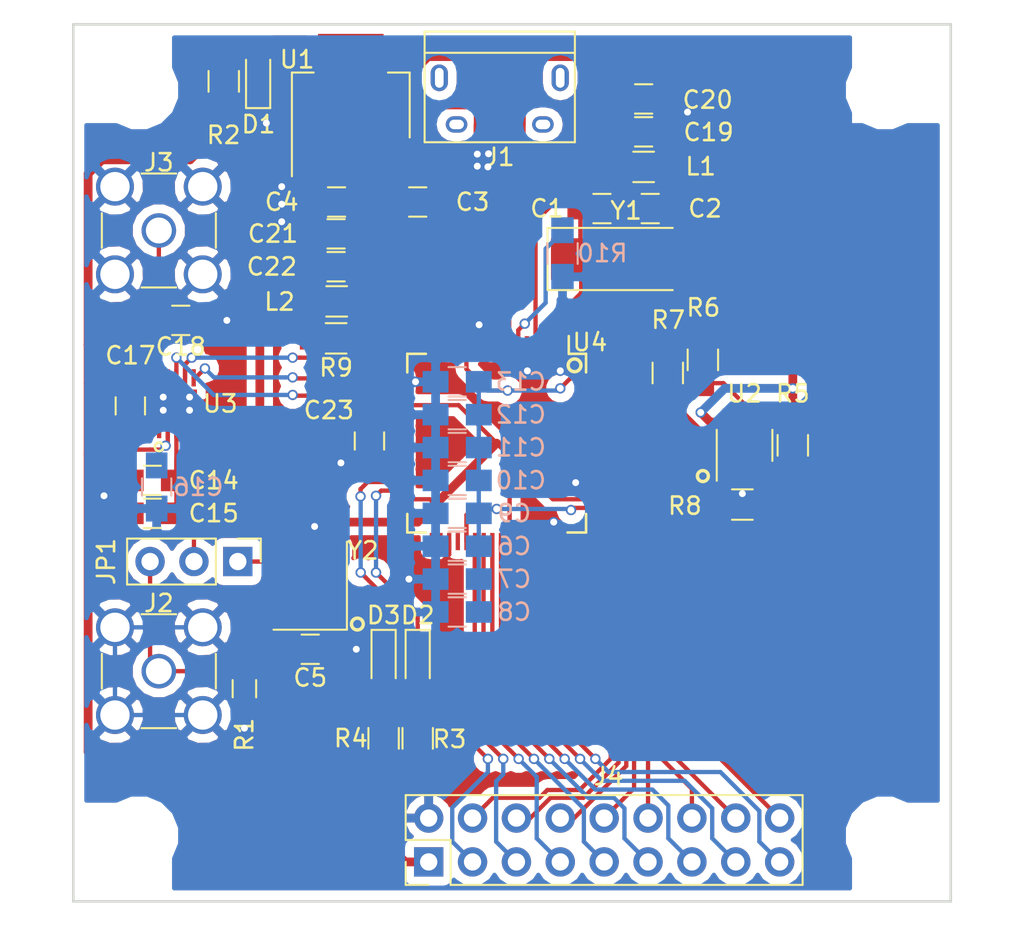
<source format=kicad_pcb>
(kicad_pcb (version 20171130) (host pcbnew "(5.1.12)-1")
  (layers (0 F.Cu signal) (31 B.Cu signal) (34 B.Paste user hide) (35 F.Paste user hide) (36 B.SilkS user hide) (37 F.SilkS user hide) (38 B.Mask user hide) (39 F.Mask user hide) (44 Edge.Cuts user))
  (net 0 "")
  (net 1 FTOSCO)
  (net 2 GNDA)
  (net 3 FTOSCI)
  (net 4 "Net-(C3-Pad1)")
  (net 5 +3V3)
  (net 6 "Net-(C10-Pad1)")
  (net 7 "Net-(C14-Pad1)")
  (net 8 "Net-(C17-Pad2)")
  (net 9 "Net-(C18-Pad1)")
  (net 10 FTVPHY)
  (net 11 FTVPLL)
  (net 12 "Net-(D1-Pad2)")
  (net 13 "Net-(D2-Pad2)")
  (net 14 FTTXLED)
  (net 15 "Net-(D3-Pad2)")
  (net 16 FTRXLED)
  (net 17 "Net-(J2-Pad1)")
  (net 18 "Net-(J4-Pad3)")
  (net 19 "Net-(J4-Pad4)")
  (net 20 "Net-(J4-Pad5)")
  (net 21 "Net-(J4-Pad6)")
  (net 22 "Net-(J4-Pad7)")
  (net 23 "Net-(J4-Pad8)")
  (net 24 "Net-(J4-Pad9)")
  (net 25 "Net-(J4-Pad10)")
  (net 26 "Net-(J4-Pad11)")
  (net 27 "Net-(J4-Pad12)")
  (net 28 "Net-(J4-Pad13)")
  (net 29 "Net-(J4-Pad14)")
  (net 30 "Net-(J4-Pad15)")
  (net 31 "Net-(J4-Pad16)")
  (net 32 "Net-(J4-Pad17)")
  (net 33 "Net-(J4-Pad18)")
  (net 34 "Net-(JP1-Pad1)")
  (net 35 DAC_CLK)
  (net 36 EEDATA)
  (net 37 EECS)
  (net 38 EECLK)
  (net 39 "Net-(R8-Pad2)")
  (net 40 "Net-(R9-Pad1)")
  (net 41 "Net-(R10-Pad1)")
  (net 42 "Net-(U3-Pad8)")
  (net 43 "Net-(U3-Pad7)")
  (net 44 "Net-(U3-Pad6)")
  (net 45 "Net-(C1-Pad2)")
  (net 46 USB_D-)
  (net 47 USB_D+)
  (module Mounting_Holes:MountingHole_3.5mm (layer F.Cu) (at 72.39 57.15)
    (fp_text reference "" (at 0 -4.5) (layer F.SilkS))
    (fp_text value MountingHole_3.5mm)
    (pad 1 np_thru_hole circle (at 0 0) (size 3.5 3.5) (drill 3.5) (layers *.Cu *.Mask))
  )
  (module Mounting_Holes:MountingHole_3.5mm (layer F.Cu) (at 72.39 100.33)
    (fp_text reference "" (at 0 -4.5) (layer F.SilkS))
    (fp_text value MountingHole_3.5mm)
    (pad 1 np_thru_hole circle (at 0 0) (size 3.5 3.5) (drill 3.5) (layers *.Cu *.Mask))
  )
  (module Mounting_Holes:MountingHole_3.5mm (layer F.Cu) (at 115.57 100.33)
    (fp_text reference "" (at 0 -4.5) (layer F.SilkS))
    (fp_text value MountingHole_3.5mm)
    (pad 1 np_thru_hole circle (at 0 0) (size 3.5 3.5) (drill 3.5) (layers *.Cu *.Mask))
  )
  (module Mounting_Holes:MountingHole_3.5mm (layer F.Cu) (at 115.57 57.15)
    (fp_text reference "" (at 0 -4.5) (layer F.SilkS))
    (fp_text value MountingHole_3.5mm)
    (pad 1 np_thru_hole circle (at 0 0) (size 3.5 3.5) (drill 3.5) (layers *.Cu *.Mask))
  )
  (module Capacitors_SMD:C_0805_HandSoldering (layer F.Cu) (at 83.79221 65.47044 180)
    (fp_text reference C21 (at 3.65521 0.00194 180) (layer F.SilkS))
    (fp_text value 4.7u)
    (pad 1 smd rect (at -1.25 0 180) (size 1.5 1.25) (layers F.Cu F.Paste F.Mask) (net 11 FTVPLL))
    (pad 2 smd rect (at 1.25 0 180) (size 1.5 1.25) (layers F.Cu F.Paste F.Mask) (net 2 GNDA))
  )
  (module Inductors_SMD:L_0805_HandSoldering (layer F.Cu) (at 83.8288 69.383142)
    (fp_text reference L2 (at -3.3108 0.022358) (layer F.SilkS))
    (fp_text value 800m)
    (pad 1 smd rect (at -1.35 0) (size 1.5 1.3) (layers F.Cu F.Paste F.Mask) (net 5 +3V3))
    (pad 2 smd rect (at 1.35 0) (size 1.5 1.3) (layers F.Cu F.Paste F.Mask) (net 11 FTVPLL))
  )
  (module Capacitors_SMD:C_0805_HandSoldering (layer F.Cu) (at 83.79221 67.37544 180)
    (fp_text reference C22 (at 3.71871 0.00194 180) (layer F.SilkS))
    (fp_text value 100n)
    (pad 1 smd rect (at -1.25 0 180) (size 1.5 1.25) (layers F.Cu F.Paste F.Mask) (net 11 FTVPLL))
    (pad 2 smd rect (at 1.25 0 180) (size 1.5 1.25) (layers F.Cu F.Paste F.Mask) (net 2 GNDA))
  )
  (module Resistors_SMD:R_0805_HandSoldering (layer F.Cu) (at 105.029 72.771 270)
    (fp_text reference R6 (at -3.0226 -0.0254) (layer F.SilkS))
    (fp_text value 10k)
    (pad 1 smd rect (at -1.35 0 270) (size 1.5 1.3) (layers F.Cu F.Paste F.Mask) (net 5 +3V3))
    (pad 2 smd rect (at 1.35 0 270) (size 1.5 1.3) (layers F.Cu F.Paste F.Mask) (net 37 EECS))
  )
  (module WG:AD9837 (layer F.Cu) (at 74.549 75.311 90)
    (fp_text reference U3 (at 0 2.54 180) (layer F.SilkS))
    (fp_text value AD9837)
    (pad 11 smd rect (at 0 0 90) (size 1.64 2.38) (layers F.Cu F.Paste F.Mask) (net 2 GNDA))
    (pad 1 smd rect (at -1.5 -1 90) (size 1 0.25) (layers F.Cu F.Paste F.Mask) (net 8 "Net-(C17-Pad2)"))
    (pad 2 smd rect (at -1.5 -0.5 90) (size 1 0.25) (layers F.Cu F.Paste F.Mask) (net 5 +3V3))
    (pad 3 smd rect (at -1.5 0 90) (size 1 0.25) (layers F.Cu F.Paste F.Mask) (net 7 "Net-(C14-Pad1)"))
    (pad 4 smd rect (at -1.5 0.5 90) (size 1 0.25) (layers F.Cu F.Paste F.Mask) (net 2 GNDA))
    (pad 5 smd rect (at -1.5 1 90) (size 1 0.25) (layers F.Cu F.Paste F.Mask) (net 35 DAC_CLK))
    (pad 6 smd rect (at 1.5 1 90) (size 1 0.25) (layers F.Cu F.Paste F.Mask) (net 44 "Net-(U3-Pad6)"))
    (pad 7 smd rect (at 1.5 0.5 90) (size 1 0.25) (layers F.Cu F.Paste F.Mask) (net 43 "Net-(U3-Pad7)"))
    (pad 8 smd rect (at 1.5 0 90) (size 1 0.25) (layers F.Cu F.Paste F.Mask) (net 42 "Net-(U3-Pad8)"))
    (pad 9 smd rect (at 1.5 -0.5 90) (size 1 0.25) (layers F.Cu F.Paste F.Mask) (net 2 GNDA))
    (pad 10 smd rect (at 1.5 -1 90) (size 1 0.25) (layers F.Cu F.Paste F.Mask) (net 9 "Net-(C18-Pad1)"))
  )
  (module Capacitors_SMD:C_0805_HandSoldering (layer F.Cu) (at 99.187 64.008)
    (fp_text reference C1 (at -3.175 0) (layer F.SilkS))
    (fp_text value 27p)
    (pad 1 smd rect (at -1.25 0) (size 1.5 1.25) (layers F.Cu F.Paste F.Mask) (net 1 FTOSCO))
    (pad 2 smd rect (at 1.25 0) (size 1.5 1.25) (layers F.Cu F.Paste F.Mask) (net 45 "Net-(C1-Pad2)"))
  )
  (module Capacitors_SMD:C_0805_HandSoldering (layer F.Cu) (at 101.981 64.008 180)
    (fp_text reference C2 (at -3.175 0 180) (layer F.SilkS))
    (fp_text value 27p)
    (pad 1 smd rect (at -1.25 0 180) (size 1.5 1.25) (layers F.Cu F.Paste F.Mask) (net 3 FTOSCI))
    (pad 2 smd rect (at 1.25 0 180) (size 1.5 1.25) (layers F.Cu F.Paste F.Mask) (net 45 "Net-(C1-Pad2)"))
  )
  (module Capacitors_SMD:C_0805_HandSoldering (layer F.Cu) (at 88.519 63.627)
    (fp_text reference C3 (at 3.175 0) (layer F.SilkS))
    (fp_text value 100n)
    (pad 1 smd rect (at -1.25 0) (size 1.5 1.25) (layers F.Cu F.Paste F.Mask) (net 4 "Net-(C3-Pad1)"))
    (pad 2 smd rect (at 1.25 0) (size 1.5 1.25) (layers F.Cu F.Paste F.Mask) (net 2 GNDA))
  )
  (module Capacitors_SMD:C_0805_HandSoldering (layer F.Cu) (at 83.82 63.627 180)
    (fp_text reference C4 (at 3.175 0 180) (layer F.SilkS))
    (fp_text value 10u)
    (pad 1 smd rect (at -1.25 0 180) (size 1.5 1.25) (layers F.Cu F.Paste F.Mask) (net 5 +3V3))
    (pad 2 smd rect (at 1.25 0 180) (size 1.5 1.25) (layers F.Cu F.Paste F.Mask) (net 2 GNDA))
  )
  (module Capacitors_SMD:C_0805_HandSoldering (layer F.Cu) (at 82.296 89.535)
    (fp_text reference C5 (at 0 1.651 180) (layer F.SilkS))
    (fp_text value 100n)
    (pad 1 smd rect (at -1.25 0) (size 1.5 1.25) (layers F.Cu F.Paste F.Mask) (net 5 +3V3))
    (pad 2 smd rect (at 1.25 0) (size 1.5 1.25) (layers F.Cu F.Paste F.Mask) (net 2 GNDA))
  )
  (module Capacitors_SMD:C_0805_HandSoldering (layer B.Cu) (at 90.805 83.566 180)
    (fp_text reference C6 (at -3.302 0 180) (layer B.SilkS) (effects (justify mirror)))
    (fp_text value 3.3u)
    (pad 1 smd rect (at -1.25 0 180) (size 1.5 1.25) (layers B.Cu B.Paste B.Mask) (net 6 "Net-(C10-Pad1)"))
    (pad 2 smd rect (at 1.25 0 180) (size 1.5 1.25) (layers B.Cu B.Paste B.Mask) (net 2 GNDA))
  )
  (module Capacitors_SMD:C_0805_HandSoldering (layer B.Cu) (at 90.805 85.471 180)
    (fp_text reference C7 (at -3.302 0 180) (layer B.SilkS) (effects (justify mirror)))
    (fp_text value 100n)
    (pad 1 smd rect (at -1.25 0 180) (size 1.5 1.25) (layers B.Cu B.Paste B.Mask) (net 6 "Net-(C10-Pad1)"))
    (pad 2 smd rect (at 1.25 0 180) (size 1.5 1.25) (layers B.Cu B.Paste B.Mask) (net 2 GNDA))
  )
  (module Capacitors_SMD:C_0805_HandSoldering (layer B.Cu) (at 90.805 87.376 180)
    (fp_text reference C8 (at -3.302 0 180) (layer B.SilkS) (effects (justify mirror)))
    (fp_text value 100n)
    (pad 1 smd rect (at -1.25 0 180) (size 1.5 1.25) (layers B.Cu B.Paste B.Mask) (net 6 "Net-(C10-Pad1)"))
    (pad 2 smd rect (at 1.25 0 180) (size 1.5 1.25) (layers B.Cu B.Paste B.Mask) (net 2 GNDA))
  )
  (module Capacitors_SMD:C_0805_HandSoldering (layer B.Cu) (at 90.805 81.661 180)
    (fp_text reference C9 (at -3.302 0 180) (layer B.SilkS) (effects (justify mirror)))
    (fp_text value 100n)
    (pad 1 smd rect (at -1.25 0 180) (size 1.5 1.25) (layers B.Cu B.Paste B.Mask) (net 6 "Net-(C10-Pad1)"))
    (pad 2 smd rect (at 1.25 0 180) (size 1.5 1.25) (layers B.Cu B.Paste B.Mask) (net 2 GNDA))
  )
  (module Capacitors_SMD:C_0805_HandSoldering (layer B.Cu) (at 90.805 79.756 180)
    (fp_text reference C10 (at -3.683 0 180) (layer B.SilkS) (effects (justify mirror)))
    (fp_text value 100n)
    (pad 1 smd rect (at -1.25 0 180) (size 1.5 1.25) (layers B.Cu B.Paste B.Mask) (net 6 "Net-(C10-Pad1)"))
    (pad 2 smd rect (at 1.25 0 180) (size 1.5 1.25) (layers B.Cu B.Paste B.Mask) (net 2 GNDA))
  )
  (module Capacitors_SMD:C_0805_HandSoldering (layer B.Cu) (at 90.805 77.851 180)
    (fp_text reference C11 (at -3.683 0 180) (layer B.SilkS) (effects (justify mirror)))
    (fp_text value 100n)
    (pad 1 smd rect (at -1.25 0 180) (size 1.5 1.25) (layers B.Cu B.Paste B.Mask) (net 6 "Net-(C10-Pad1)"))
    (pad 2 smd rect (at 1.25 0 180) (size 1.5 1.25) (layers B.Cu B.Paste B.Mask) (net 2 GNDA))
  )
  (module Capacitors_SMD:C_0805_HandSoldering (layer B.Cu) (at 90.805 75.946 180)
    (fp_text reference C12 (at -3.683 0 180) (layer B.SilkS) (effects (justify mirror)))
    (fp_text value 100n)
    (pad 1 smd rect (at -1.25 0 180) (size 1.5 1.25) (layers B.Cu B.Paste B.Mask) (net 6 "Net-(C10-Pad1)"))
    (pad 2 smd rect (at 1.25 0 180) (size 1.5 1.25) (layers B.Cu B.Paste B.Mask) (net 2 GNDA))
  )
  (module Capacitors_SMD:C_0805_HandSoldering (layer B.Cu) (at 90.805 74.041 180)
    (fp_text reference C13 (at -3.683 0 180) (layer B.SilkS) (effects (justify mirror)))
    (fp_text value 100n)
    (pad 1 smd rect (at -1.25 0 180) (size 1.5 1.25) (layers B.Cu B.Paste B.Mask) (net 6 "Net-(C10-Pad1)"))
    (pad 2 smd rect (at 1.25 0 180) (size 1.5 1.25) (layers B.Cu B.Paste B.Mask) (net 2 GNDA))
  )
  (module Capacitors_SMD:C_0805_HandSoldering (layer F.Cu) (at 73.152 79.756 180)
    (fp_text reference C14 (at -3.556 0) (layer F.SilkS))
    (fp_text value 100n)
    (pad 1 smd rect (at -1.25 0 180) (size 1.5 1.25) (layers F.Cu F.Paste F.Mask) (net 7 "Net-(C14-Pad1)"))
    (pad 2 smd rect (at 1.25 0 180) (size 1.5 1.25) (layers F.Cu F.Paste F.Mask) (net 2 GNDA))
  )
  (module Capacitors_SMD:C_0805_HandSoldering (layer F.Cu) (at 73.152 81.661 180)
    (fp_text reference C15 (at -3.556 0) (layer F.SilkS))
    (fp_text value 10u)
    (pad 1 smd rect (at -1.25 0 180) (size 1.5 1.25) (layers F.Cu F.Paste F.Mask) (net 7 "Net-(C14-Pad1)"))
    (pad 2 smd rect (at 1.25 0 180) (size 1.5 1.25) (layers F.Cu F.Paste F.Mask) (net 2 GNDA))
  )
  (module Capacitors_SMD:C_0805_HandSoldering (layer B.Cu) (at 73.406 80.137 270)
    (fp_text reference C16 (at 0 -2.413) (layer B.SilkS) (effects (justify mirror)))
    (fp_text value 100n)
    (pad 1 smd rect (at -1.25 0 270) (size 1.5 1.25) (layers B.Cu B.Paste B.Mask) (net 5 +3V3))
    (pad 2 smd rect (at 1.25 0 270) (size 1.5 1.25) (layers B.Cu B.Paste B.Mask) (net 2 GNDA))
  )
  (module Capacitors_SMD:C_0805_HandSoldering (layer F.Cu) (at 71.882 75.438 270)
    (fp_text reference C17 (at -2.921 0 180) (layer F.SilkS))
    (fp_text value 10n)
    (pad 1 smd rect (at -1.25 0 270) (size 1.5 1.25) (layers F.Cu F.Paste F.Mask) (net 5 +3V3))
    (pad 2 smd rect (at 1.25 0 270) (size 1.5 1.25) (layers F.Cu F.Paste F.Mask) (net 8 "Net-(C17-Pad2)"))
  )
  (module Capacitors_SMD:C_0805_HandSoldering (layer F.Cu) (at 74.803 70.485)
    (fp_text reference C18 (at 0 1.524) (layer F.SilkS))
    (fp_text value 100n)
    (pad 1 smd rect (at -1.25 0) (size 1.5 1.25) (layers F.Cu F.Paste F.Mask) (net 9 "Net-(C18-Pad1)"))
    (pad 2 smd rect (at 1.25 0) (size 1.5 1.25) (layers F.Cu F.Paste F.Mask) (net 2 GNDA))
  )
  (module Capacitors_SMD:C_0805_HandSoldering (layer F.Cu) (at 101.6 59.563)
    (fp_text reference C19 (at 3.7592 0.0254) (layer F.SilkS))
    (fp_text value 4.7u)
    (pad 1 smd rect (at -1.25 0) (size 1.5 1.25) (layers F.Cu F.Paste F.Mask) (net 10 FTVPHY))
    (pad 2 smd rect (at 1.25 0) (size 1.5 1.25) (layers F.Cu F.Paste F.Mask) (net 2 GNDA))
  )
  (module Capacitors_SMD:C_0805_HandSoldering (layer F.Cu) (at 101.6 57.658)
    (fp_text reference C20 (at 3.7084 0.0508) (layer F.SilkS))
    (fp_text value 100n)
    (pad 1 smd rect (at -1.25 0) (size 1.5 1.25) (layers F.Cu F.Paste F.Mask) (net 10 FTVPHY))
    (pad 2 smd rect (at 1.25 0) (size 1.5 1.25) (layers F.Cu F.Paste F.Mask) (net 2 GNDA))
  )
  (module LEDs:LED_0805 (layer F.Cu) (at 79.28 56.388 90)
    (fp_text reference D1 (at -2.7432 0.0188 180) (layer F.SilkS))
    (fp_text value LED_Small)
    (pad 2 smd rect (at 1.1 0 270) (size 1.2 1.2) (layers F.Cu F.Paste F.Mask) (net 12 "Net-(D1-Pad2)"))
    (pad 1 smd rect (at -1.1 0 270) (size 1.2 1.2) (layers F.Cu F.Paste F.Mask) (net 2 GNDA))
  )
  (module LEDs:LED_0805 (layer F.Cu) (at 88.519 90.213 270)
    (fp_text reference D2 (at -2.6465 0) (layer F.SilkS))
    (fp_text value LED_Small)
    (pad 2 smd rect (at 1.1 0 90) (size 1.2 1.2) (layers F.Cu F.Paste F.Mask) (net 13 "Net-(D2-Pad2)"))
    (pad 1 smd rect (at -1.1 0 90) (size 1.2 1.2) (layers F.Cu F.Paste F.Mask) (net 14 FTTXLED))
  )
  (module LEDs:LED_0805 (layer F.Cu) (at 86.544864 90.213 270)
    (fp_text reference D3 (at -2.6465 -0.005636) (layer F.SilkS))
    (fp_text value LED_Small)
    (pad 2 smd rect (at 1.1 0 90) (size 1.2 1.2) (layers F.Cu F.Paste F.Mask) (net 15 "Net-(D3-Pad2)"))
    (pad 1 smd rect (at -1.1 0 90) (size 1.2 1.2) (layers F.Cu F.Paste F.Mask) (net 16 FTRXLED))
  )
  (module Connectors:USB_Micro-B (layer F.Cu) (at 93.2688 57.785 180)
    (fp_text reference J1 (at 0 -3.24 180) (layer F.SilkS))
    (fp_text value USB_B)
    (pad 1 smd rect (at -1.3 -1.35 270) (size 1.35 0.4) (layers F.Cu F.Paste F.Mask) (net 4 "Net-(C3-Pad1)"))
    (pad 2 smd rect (at -0.65 -1.35 270) (size 1.35 0.4) (layers F.Cu F.Paste F.Mask) (net 46 USB_D-))
    (pad 3 smd rect (at 0 -1.35 270) (size 1.35 0.4) (layers F.Cu F.Paste F.Mask) (net 47 USB_D+))
    (pad 4 smd rect (at 0.65 -1.35 270) (size 1.35 0.4) (layers F.Cu F.Paste F.Mask) (net 2 GNDA))
    (pad 5 smd rect (at 1.3 -1.35 270) (size 1.35 0.4) (layers F.Cu F.Paste F.Mask) (net 2 GNDA))
    (pad 6 thru_hole oval (at -2.5 -1.35 270) (size 0.95 1.25) (drill oval 0.55 0.85) (layers *.Cu *.Mask))
    (pad 6 thru_hole oval (at 2.5 -1.35 270) (size 0.95 1.25) (drill oval 0.55 0.85) (layers *.Cu *.Mask))
    (pad 6 thru_hole oval (at -3.5 1.35 270) (size 1.55 1) (drill oval 1.15 0.5) (layers *.Cu *.Mask))
    (pad 6 thru_hole oval (at 3.5 1.35 270) (size 1.55 1) (drill oval 1.15 0.5) (layers *.Cu *.Mask))
  )
  (module Connectors:SMA_THT_Jack_Straight (layer F.Cu) (at 73.533 90.805 180)
    (fp_text reference J2 (at 0 3.937) (layer F.SilkS))
    (fp_text value EXT_CLK)
    (pad 2 thru_hole circle (at -2.54 2.54 180) (size 2.2 2.2) (drill 1.7) (layers *.Cu *.Mask) (net 2 GNDA))
    (pad 2 thru_hole circle (at -2.54 -2.54 180) (size 2.2 2.2) (drill 1.7) (layers *.Cu *.Mask) (net 2 GNDA))
    (pad 2 thru_hole circle (at 2.54 -2.54 180) (size 2.2 2.2) (drill 1.7) (layers *.Cu *.Mask) (net 2 GNDA))
    (pad 2 thru_hole circle (at 2.54 2.54 180) (size 2.2 2.2) (drill 1.7) (layers *.Cu *.Mask) (net 2 GNDA))
    (pad 1 thru_hole circle (at 0 0 180) (size 2 2) (drill 1.5) (layers *.Cu *.Mask) (net 17 "Net-(J2-Pad1)"))
  )
  (module Connectors:SMA_THT_Jack_Straight (layer F.Cu) (at 73.533 65.278)
    (fp_text reference J3 (at 0 -3.937) (layer F.SilkS))
    (fp_text value VOUT)
    (pad 2 thru_hole circle (at -2.54 2.54) (size 2.2 2.2) (drill 1.7) (layers *.Cu *.Mask) (net 2 GNDA))
    (pad 2 thru_hole circle (at -2.54 -2.54) (size 2.2 2.2) (drill 1.7) (layers *.Cu *.Mask) (net 2 GNDA))
    (pad 2 thru_hole circle (at 2.54 -2.54) (size 2.2 2.2) (drill 1.7) (layers *.Cu *.Mask) (net 2 GNDA))
    (pad 2 thru_hole circle (at 2.54 2.54) (size 2.2 2.2) (drill 1.7) (layers *.Cu *.Mask) (net 2 GNDA))
    (pad 1 thru_hole circle (at 0 0) (size 2 2) (drill 1.5) (layers *.Cu *.Mask) (net 9 "Net-(C18-Pad1)"))
  )
  (module Pin_Headers:Pin_Header_Straight_2x09_Pitch2.54mm (layer F.Cu) (at 89.154 101.854 90)
    (fp_text reference J4 (at 4.953 10.414 180) (layer F.SilkS))
    (fp_text value CONN_02X09)
    (pad 1 thru_hole rect (at 0 0 90) (size 1.7 1.7) (drill 1) (layers *.Cu *.Mask) (net 5 +3V3))
    (pad 2 thru_hole oval (at 2.54 0 90) (size 1.7 1.7) (drill 1) (layers *.Cu *.Mask) (net 2 GNDA))
    (pad 3 thru_hole oval (at 0 2.54 90) (size 1.7 1.7) (drill 1) (layers *.Cu *.Mask) (net 18 "Net-(J4-Pad3)"))
    (pad 4 thru_hole oval (at 2.54 2.54 90) (size 1.7 1.7) (drill 1) (layers *.Cu *.Mask) (net 19 "Net-(J4-Pad4)"))
    (pad 5 thru_hole oval (at 0 5.08 90) (size 1.7 1.7) (drill 1) (layers *.Cu *.Mask) (net 20 "Net-(J4-Pad5)"))
    (pad 6 thru_hole oval (at 2.54 5.08 90) (size 1.7 1.7) (drill 1) (layers *.Cu *.Mask) (net 21 "Net-(J4-Pad6)"))
    (pad 7 thru_hole oval (at 0 7.62 90) (size 1.7 1.7) (drill 1) (layers *.Cu *.Mask) (net 22 "Net-(J4-Pad7)"))
    (pad 8 thru_hole oval (at 2.54 7.62 90) (size 1.7 1.7) (drill 1) (layers *.Cu *.Mask) (net 23 "Net-(J4-Pad8)"))
    (pad 9 thru_hole oval (at 0 10.16 90) (size 1.7 1.7) (drill 1) (layers *.Cu *.Mask) (net 24 "Net-(J4-Pad9)"))
    (pad 10 thru_hole oval (at 2.54 10.16 90) (size 1.7 1.7) (drill 1) (layers *.Cu *.Mask) (net 25 "Net-(J4-Pad10)"))
    (pad 11 thru_hole oval (at 0 12.7 90) (size 1.7 1.7) (drill 1) (layers *.Cu *.Mask) (net 26 "Net-(J4-Pad11)"))
    (pad 12 thru_hole oval (at 2.54 12.7 90) (size 1.7 1.7) (drill 1) (layers *.Cu *.Mask) (net 27 "Net-(J4-Pad12)"))
    (pad 13 thru_hole oval (at 0 15.24 90) (size 1.7 1.7) (drill 1) (layers *.Cu *.Mask) (net 28 "Net-(J4-Pad13)"))
    (pad 14 thru_hole oval (at 2.54 15.24 90) (size 1.7 1.7) (drill 1) (layers *.Cu *.Mask) (net 29 "Net-(J4-Pad14)"))
    (pad 15 thru_hole oval (at 0 17.78 90) (size 1.7 1.7) (drill 1) (layers *.Cu *.Mask) (net 30 "Net-(J4-Pad15)"))
    (pad 16 thru_hole oval (at 2.54 17.78 90) (size 1.7 1.7) (drill 1) (layers *.Cu *.Mask) (net 31 "Net-(J4-Pad16)"))
    (pad 17 thru_hole oval (at 0 20.32 90) (size 1.7 1.7) (drill 1) (layers *.Cu *.Mask) (net 32 "Net-(J4-Pad17)"))
    (pad 18 thru_hole oval (at 2.54 20.32 90) (size 1.7 1.7) (drill 1) (layers *.Cu *.Mask) (net 33 "Net-(J4-Pad18)"))
  )
  (module Pin_Headers:Pin_Header_Straight_1x03_Pitch2.54mm (layer F.Cu) (at 78.105 84.455 270)
    (fp_text reference JP1 (at 0 7.62 270) (layer F.SilkS))
    (fp_text value CLK_SELECT)
    (pad 1 thru_hole rect (at 0 0 270) (size 1.7 1.7) (drill 1) (layers *.Cu *.Mask) (net 34 "Net-(JP1-Pad1)"))
    (pad 2 thru_hole oval (at 0 2.54 270) (size 1.7 1.7) (drill 1) (layers *.Cu *.Mask) (net 35 DAC_CLK))
    (pad 3 thru_hole oval (at 0 5.08 270) (size 1.7 1.7) (drill 1) (layers *.Cu *.Mask) (net 17 "Net-(J2-Pad1)"))
  )
  (module Inductors_SMD:L_0805_HandSoldering (layer F.Cu) (at 101.6 61.595 180)
    (fp_text reference L1 (at -3.302 0.0254 180) (layer F.SilkS))
    (fp_text value 800m)
    (pad 1 smd rect (at -1.35 0 180) (size 1.5 1.3) (layers F.Cu F.Paste F.Mask) (net 5 +3V3))
    (pad 2 smd rect (at 1.35 0 180) (size 1.5 1.3) (layers F.Cu F.Paste F.Mask) (net 10 FTVPHY))
  )
  (module Resistors_SMD:R_0603_HandSoldering (layer F.Cu) (at 78.486 91.821 270)
    (fp_text reference R1 (at 2.667 0 270) (layer F.SilkS))
    (fp_text value 50)
    (pad 1 smd rect (at -1.1 0 270) (size 1.2 0.9) (layers F.Cu F.Paste F.Mask) (net 17 "Net-(J2-Pad1)"))
    (pad 2 smd rect (at 1.1 0 270) (size 1.2 0.9) (layers F.Cu F.Paste F.Mask) (net 2 GNDA))
  )
  (module Resistors_SMD:R_0805_HandSoldering (layer F.Cu) (at 77.29 56.64 270)
    (fp_text reference R2 (at 3.1135 0.0105) (layer F.SilkS))
    (fp_text value 470)
    (pad 1 smd rect (at -1.35 0 270) (size 1.5 1.3) (layers F.Cu F.Paste F.Mask) (net 12 "Net-(D1-Pad2)"))
    (pad 2 smd rect (at 1.35 0 270) (size 1.5 1.3) (layers F.Cu F.Paste F.Mask) (net 5 +3V3))
  )
  (module Resistors_SMD:R_0805_HandSoldering (layer F.Cu) (at 88.519 94.695 270)
    (fp_text reference R3 (at 0.047 -1.8415) (layer F.SilkS))
    (fp_text value 470)
    (pad 1 smd rect (at -1.35 0 270) (size 1.5 1.3) (layers F.Cu F.Paste F.Mask) (net 13 "Net-(D2-Pad2)"))
    (pad 2 smd rect (at 1.35 0 270) (size 1.5 1.3) (layers F.Cu F.Paste F.Mask) (net 5 +3V3))
  )
  (module Resistors_SMD:R_0805_HandSoldering (layer F.Cu) (at 86.544864 94.695 270)
    (fp_text reference R4 (at 0 1.899364) (layer F.SilkS))
    (fp_text value 470)
    (pad 1 smd rect (at -1.35 0 270) (size 1.5 1.3) (layers F.Cu F.Paste F.Mask) (net 15 "Net-(D3-Pad2)"))
    (pad 2 smd rect (at 1.35 0 270) (size 1.5 1.3) (layers F.Cu F.Paste F.Mask) (net 5 +3V3))
  )
  (module Resistors_SMD:R_0805_HandSoldering (layer F.Cu) (at 110.236 77.724 270)
    (fp_text reference R5 (at -2.9972 0) (layer F.SilkS))
    (fp_text value 10k)
    (pad 1 smd rect (at -1.35 0 270) (size 1.5 1.3) (layers F.Cu F.Paste F.Mask) (net 5 +3V3))
    (pad 2 smd rect (at 1.35 0 270) (size 1.5 1.3) (layers F.Cu F.Paste F.Mask) (net 36 EEDATA))
  )
  (module Resistors_SMD:R_0805_HandSoldering (layer F.Cu) (at 102.997 73.533 270)
    (fp_text reference R7 (at -3.0734 -0.0254) (layer F.SilkS))
    (fp_text value 10k)
    (pad 1 smd rect (at -1.35 0 270) (size 1.5 1.3) (layers F.Cu F.Paste F.Mask) (net 5 +3V3))
    (pad 2 smd rect (at 1.35 0 270) (size 1.5 1.3) (layers F.Cu F.Paste F.Mask) (net 38 EECLK))
  )
  (module Resistors_SMD:R_0805_HandSoldering (layer F.Cu) (at 107.315 81.153 180)
    (fp_text reference R8 (at 3.3274 -0.0762 180) (layer F.SilkS))
    (fp_text value 2.2k)
    (pad 1 smd rect (at -1.35 0 180) (size 1.5 1.3) (layers F.Cu F.Paste F.Mask) (net 36 EEDATA))
    (pad 2 smd rect (at 1.35 0 180) (size 1.5 1.3) (layers F.Cu F.Paste F.Mask) (net 39 "Net-(R8-Pad2)"))
  )
  (module Resistors_SMD:R_0805_HandSoldering (layer F.Cu) (at 83.7946 71.5264 180)
    (fp_text reference R9 (at 0 -1.7 180) (layer F.SilkS))
    (fp_text value 1k)
    (pad 1 smd rect (at -1.35 0 180) (size 1.5 1.3) (layers F.Cu F.Paste F.Mask) (net 40 "Net-(R9-Pad1)"))
    (pad 2 smd rect (at 1.35 0 180) (size 1.5 1.3) (layers F.Cu F.Paste F.Mask) (net 5 +3V3))
  )
  (module Resistors_SMD:R_0805_HandSoldering (layer B.Cu) (at 96.901 66.6115 270)
    (fp_text reference R10 (at -0.0127 -2.3114 180) (layer B.SilkS) (effects (justify mirror)))
    (fp_text value 12k)
    (pad 1 smd rect (at -1.35 0 270) (size 1.5 1.3) (layers B.Cu B.Paste B.Mask) (net 41 "Net-(R10-Pad1)"))
    (pad 2 smd rect (at 1.35 0 270) (size 1.5 1.3) (layers B.Cu B.Paste B.Mask) (net 2 GNDA))
  )
  (module TO_SOT_Packages_SMD:SOT-23-6_Handsoldering (layer F.Cu) (at 107.442 77.724 90)
    (fp_text reference U2 (at 2.9972 0 180) (layer F.SilkS))
    (fp_text value 93LC46BT)
    (pad 1 smd rect (at -1.35 -0.95 90) (size 1.56 0.65) (layers F.Cu F.Paste F.Mask) (net 39 "Net-(R8-Pad2)"))
    (pad 2 smd rect (at -1.35 0 90) (size 1.56 0.65) (layers F.Cu F.Paste F.Mask) (net 2 GNDA))
    (pad 3 smd rect (at -1.35 0.95 90) (size 1.56 0.65) (layers F.Cu F.Paste F.Mask) (net 36 EEDATA))
    (pad 4 smd rect (at 1.35 0.95 90) (size 1.56 0.65) (layers F.Cu F.Paste F.Mask) (net 38 EECLK))
    (pad 6 smd rect (at 1.35 -0.95 90) (size 1.56 0.65) (layers F.Cu F.Paste F.Mask) (net 5 +3V3))
    (pad 5 smd rect (at 1.35 0 90) (size 1.56 0.65) (layers F.Cu F.Paste F.Mask) (net 37 EECS))
  )
  (module Housings_QFP:LQFP-64_10x10mm_Pitch0.5mm (layer F.Cu) (at 93.091 77.597 270)
    (fp_text reference U4 (at -5.842 -5.3975) (layer F.SilkS))
    (fp_text value FT2232H)
    (pad 1 smd rect (at -5.7 -3.75 270) (size 1 0.25) (layers F.Cu F.Paste F.Mask) (net 2 GNDA))
    (pad 2 smd rect (at -5.7 -3.25 270) (size 1 0.25) (layers F.Cu F.Paste F.Mask) (net 3 FTOSCI))
    (pad 3 smd rect (at -5.7 -2.75 270) (size 1 0.25) (layers F.Cu F.Paste F.Mask) (net 1 FTOSCO))
    (pad 4 smd rect (at -5.7 -2.25 270) (size 1 0.25) (layers F.Cu F.Paste F.Mask) (net 10 FTVPHY))
    (pad 5 smd rect (at -5.7 -1.75 270) (size 1 0.25) (layers F.Cu F.Paste F.Mask) (net 2 GNDA))
    (pad 6 smd rect (at -5.7 -1.25 270) (size 1 0.25) (layers F.Cu F.Paste F.Mask) (net 41 "Net-(R10-Pad1)"))
    (pad 7 smd rect (at -5.7 -0.75 270) (size 1 0.25) (layers F.Cu F.Paste F.Mask) (net 46 USB_D-))
    (pad 8 smd rect (at -5.7 -0.25 270) (size 1 0.25) (layers F.Cu F.Paste F.Mask) (net 47 USB_D+))
    (pad 9 smd rect (at -5.7 0.25 270) (size 1 0.25) (layers F.Cu F.Paste F.Mask) (net 11 FTVPLL))
    (pad 10 smd rect (at -5.7 0.75 270) (size 1 0.25) (layers F.Cu F.Paste F.Mask) (net 2 GNDA))
    (pad 11 smd rect (at -5.7 1.25 270) (size 1 0.25) (layers F.Cu F.Paste F.Mask) (net 2 GNDA))
    (pad 12 smd rect (at -5.7 1.75 270) (size 1 0.25) (layers F.Cu F.Paste F.Mask) (net 6 "Net-(C10-Pad1)"))
    (pad 13 smd rect (at -5.7 2.25 270) (size 1 0.25) (layers F.Cu F.Paste F.Mask) (net 2 GNDA))
    (pad 14 smd rect (at -5.7 2.75 270) (size 1 0.25) (layers F.Cu F.Paste F.Mask) (net 40 "Net-(R9-Pad1)"))
    (pad 15 smd rect (at -5.7 3.25 270) (size 1 0.25) (layers F.Cu F.Paste F.Mask) (net 2 GNDA))
    (pad 16 smd rect (at -5.7 3.75 270) (size 1 0.25) (layers F.Cu F.Paste F.Mask) (net 43 "Net-(U3-Pad7)"))
    (pad 17 smd rect (at -3.75 5.7) (size 1 0.25) (layers F.Cu F.Paste F.Mask) (net 44 "Net-(U3-Pad6)"))
    (pad 18 smd rect (at -3.25 5.7) (size 1 0.25) (layers F.Cu F.Paste F.Mask))
    (pad 19 smd rect (at -2.75 5.7) (size 1 0.25) (layers F.Cu F.Paste F.Mask) (net 42 "Net-(U3-Pad8)"))
    (pad 20 smd rect (at -2.25 5.7) (size 1 0.25) (layers F.Cu F.Paste F.Mask) (net 5 +3V3))
    (pad 21 smd rect (at -1.75 5.7) (size 1 0.25) (layers F.Cu F.Paste F.Mask))
    (pad 22 smd rect (at -1.25 5.7) (size 1 0.25) (layers F.Cu F.Paste F.Mask))
    (pad 23 smd rect (at -0.75 5.7) (size 1 0.25) (layers F.Cu F.Paste F.Mask))
    (pad 24 smd rect (at -0.25 5.7) (size 1 0.25) (layers F.Cu F.Paste F.Mask))
    (pad 25 smd rect (at 0.25 5.7) (size 1 0.25) (layers F.Cu F.Paste F.Mask) (net 2 GNDA))
    (pad 26 smd rect (at 0.75 5.7) (size 1 0.25) (layers F.Cu F.Paste F.Mask))
    (pad 27 smd rect (at 1.25 5.7) (size 1 0.25) (layers F.Cu F.Paste F.Mask))
    (pad 28 smd rect (at 1.75 5.7) (size 1 0.25) (layers F.Cu F.Paste F.Mask))
    (pad 29 smd rect (at 2.25 5.7) (size 1 0.25) (layers F.Cu F.Paste F.Mask) (net 16 FTRXLED))
    (pad 30 smd rect (at 2.75 5.7) (size 1 0.25) (layers F.Cu F.Paste F.Mask) (net 14 FTTXLED))
    (pad 31 smd rect (at 3.25 5.7) (size 1 0.25) (layers F.Cu F.Paste F.Mask) (net 5 +3V3))
    (pad 32 smd rect (at 3.75 5.7) (size 1 0.25) (layers F.Cu F.Paste F.Mask))
    (pad 33 smd rect (at 5.7 3.75 270) (size 1 0.25) (layers F.Cu F.Paste F.Mask))
    (pad 34 smd rect (at 5.7 3.25 270) (size 1 0.25) (layers F.Cu F.Paste F.Mask))
    (pad 35 smd rect (at 5.7 2.75 270) (size 1 0.25) (layers F.Cu F.Paste F.Mask) (net 2 GNDA))
    (pad 36 smd rect (at 5.7 2.25 270) (size 1 0.25) (layers F.Cu F.Paste F.Mask))
    (pad 37 smd rect (at 5.7 1.75 270) (size 1 0.25) (layers F.Cu F.Paste F.Mask) (net 6 "Net-(C10-Pad1)"))
    (pad 38 smd rect (at 5.7 1.25 270) (size 1 0.25) (layers F.Cu F.Paste F.Mask) (net 18 "Net-(J4-Pad3)"))
    (pad 39 smd rect (at 5.7 0.75 270) (size 1 0.25) (layers F.Cu F.Paste F.Mask) (net 20 "Net-(J4-Pad5)"))
    (pad 40 smd rect (at 5.7 0.25 270) (size 1 0.25) (layers F.Cu F.Paste F.Mask) (net 22 "Net-(J4-Pad7)"))
    (pad 41 smd rect (at 5.7 -0.25 270) (size 1 0.25) (layers F.Cu F.Paste F.Mask) (net 24 "Net-(J4-Pad9)"))
    (pad 42 smd rect (at 5.7 -0.75 270) (size 1 0.25) (layers F.Cu F.Paste F.Mask) (net 5 +3V3))
    (pad 43 smd rect (at 5.7 -1.25 270) (size 1 0.25) (layers F.Cu F.Paste F.Mask) (net 26 "Net-(J4-Pad11)"))
    (pad 44 smd rect (at 5.7 -1.75 270) (size 1 0.25) (layers F.Cu F.Paste F.Mask) (net 28 "Net-(J4-Pad13)"))
    (pad 45 smd rect (at 5.7 -2.25 270) (size 1 0.25) (layers F.Cu F.Paste F.Mask) (net 30 "Net-(J4-Pad15)"))
    (pad 46 smd rect (at 5.7 -2.75 270) (size 1 0.25) (layers F.Cu F.Paste F.Mask) (net 32 "Net-(J4-Pad17)"))
    (pad 47 smd rect (at 5.7 -3.25 270) (size 1 0.25) (layers F.Cu F.Paste F.Mask) (net 2 GNDA))
    (pad 48 smd rect (at 5.7 -3.75 270) (size 1 0.25) (layers F.Cu F.Paste F.Mask) (net 19 "Net-(J4-Pad4)"))
    (pad 49 smd rect (at 3.75 -5.7) (size 1 0.25) (layers F.Cu F.Paste F.Mask) (net 6 "Net-(C10-Pad1)"))
    (pad 50 smd rect (at 3.25 -5.7) (size 1 0.25) (layers F.Cu F.Paste F.Mask) (net 5 +3V3))
    (pad 51 smd rect (at 2.75 -5.7) (size 1 0.25) (layers F.Cu F.Paste F.Mask) (net 2 GNDA))
    (pad 52 smd rect (at 2.25 -5.7) (size 1 0.25) (layers F.Cu F.Paste F.Mask) (net 21 "Net-(J4-Pad6)"))
    (pad 53 smd rect (at 1.75 -5.7) (size 1 0.25) (layers F.Cu F.Paste F.Mask) (net 23 "Net-(J4-Pad8)"))
    (pad 54 smd rect (at 1.25 -5.7) (size 1 0.25) (layers F.Cu F.Paste F.Mask) (net 25 "Net-(J4-Pad10)"))
    (pad 55 smd rect (at 0.75 -5.7) (size 1 0.25) (layers F.Cu F.Paste F.Mask) (net 27 "Net-(J4-Pad12)"))
    (pad 56 smd rect (at 0.25 -5.7) (size 1 0.25) (layers F.Cu F.Paste F.Mask) (net 5 +3V3))
    (pad 57 smd rect (at -0.25 -5.7) (size 1 0.25) (layers F.Cu F.Paste F.Mask) (net 29 "Net-(J4-Pad14)"))
    (pad 58 smd rect (at -0.75 -5.7) (size 1 0.25) (layers F.Cu F.Paste F.Mask) (net 31 "Net-(J4-Pad16)"))
    (pad 59 smd rect (at -1.25 -5.7) (size 1 0.25) (layers F.Cu F.Paste F.Mask) (net 33 "Net-(J4-Pad18)"))
    (pad 60 smd rect (at -1.75 -5.7) (size 1 0.25) (layers F.Cu F.Paste F.Mask))
    (pad 61 smd rect (at -2.25 -5.7) (size 1 0.25) (layers F.Cu F.Paste F.Mask) (net 36 EEDATA))
    (pad 62 smd rect (at -2.75 -5.7) (size 1 0.25) (layers F.Cu F.Paste F.Mask) (net 38 EECLK))
    (pad 63 smd rect (at -3.25 -5.7) (size 1 0.25) (layers F.Cu F.Paste F.Mask) (net 37 EECS))
    (pad 64 smd rect (at -3.75 -5.7) (size 1 0.25) (layers F.Cu F.Paste F.Mask) (net 6 "Net-(C10-Pad1)"))
  )
  (module Oscillators:Oscillator_SMD_Abracon_ASE-4pin_3.2x2.5mm_HandSoldering (layer F.Cu) (at 82.296 85.852 90)
    (fp_text reference Y2 (at 2.032 3.048 180) (layer F.SilkS))
    (fp_text value OXETGCJANF)
    (pad 1 smd rect (at -1.375 1.1 90) (size 1.95 1.65) (layers F.Cu F.Paste F.Mask))
    (pad 2 smd rect (at 1.375 1.1 90) (size 1.95 1.65) (layers F.Cu F.Paste F.Mask) (net 2 GNDA))
    (pad 3 smd rect (at 1.375 -1.1 90) (size 1.95 1.65) (layers F.Cu F.Paste F.Mask) (net 34 "Net-(JP1-Pad1)"))
    (pad 4 smd rect (at -1.375 -1.1 90) (size 1.95 1.65) (layers F.Cu F.Paste F.Mask) (net 5 +3V3))
  )
  (module WG:SOT-223 (layer F.Cu) (at 84.6455 58.039 90)
    (fp_text reference U1 (at 2.667 -3.1115 180) (layer F.SilkS))
    (fp_text value LD1117S33TR)
    (pad 4 smd rect (at 3.15 0 90) (size 2 3.8) (layers F.Cu F.Paste F.Mask))
    (pad 2 smd rect (at -3.15 0 90) (size 2 1.5) (layers F.Cu F.Paste F.Mask) (net 5 +3V3))
    (pad 3 smd rect (at -3.15 2.3 90) (size 2 1.5) (layers F.Cu F.Paste F.Mask) (net 4 "Net-(C3-Pad1)"))
    (pad 1 smd rect (at -3.15 -2.3 90) (size 2 1.5) (layers F.Cu F.Paste F.Mask) (net 2 GNDA))
  )
  (module Capacitors_SMD:C_0805_HandSoldering (layer F.Cu) (at 85.725 77.47 270)
    (fp_text reference C23 (at -1.778 2.3495) (layer F.SilkS))
    (fp_text value 100n)
    (pad 1 smd rect (at -1.25 0 270) (size 1.5 1.25) (layers F.Cu F.Paste F.Mask) (net 5 +3V3))
    (pad 2 smd rect (at 1.25 0 270) (size 1.5 1.25) (layers F.Cu F.Paste F.Mask) (net 2 GNDA))
  )
  (module Crystals:Crystal_SMD_5032-2pin_5.0x3.2mm_HandSoldering (layer F.Cu) (at 100.584 66.929)
    (fp_text reference Y1 (at 0 -2.8) (layer F.SilkS))
    (fp_text value 12MHz)
    (pad 1 smd rect (at -2.6 0) (size 3.5 2.4) (layers F.Cu F.Paste F.Mask) (net 1 FTOSCO))
    (pad 2 smd rect (at 2.6 0) (size 3.5 2.4) (layers F.Cu F.Paste F.Mask) (net 3 FTOSCI))
  )
  (gr_circle (center 85.0265 88.0745) (end 85.1535 88.392) (layer F.SilkS) (width 0.2))
  (gr_circle (center 105.029 79.502) (end 105.2195 79.756) (layer F.SilkS) (width 0.2))
  (gr_circle (center 97.5995 73.0885) (end 97.917 72.898) (layer F.SilkS) (width 0.2))
  (gr_line (start 68.58 104.14) (end 119.38 104.14) (layer Edge.Cuts) (width 0.15))
  (gr_line (start 68.58 53.34) (end 68.58 104.14) (layer Edge.Cuts) (width 0.15))
  (gr_line (start 119.38 53.34) (end 68.58 53.34) (layer Edge.Cuts) (width 0.15))
  (gr_line (start 119.38 104.14) (end 119.38 53.34) (layer Edge.Cuts) (width 0.15))
  (segment (start 97.937 64.008) (end 97.937 66.882) (width 0.25) (layer F.Cu) (net 1))
  (segment (start 97.937 66.882) (end 97.984 66.929) (width 0.25) (layer F.Cu) (net 1))
  (segment (start 97.984 68.894) (end 95.841 71.037) (width 0.25) (layer F.Cu) (net 1))
  (segment (start 97.984 66.929) (end 97.984 68.894) (width 0.25) (layer F.Cu) (net 1))
  (segment (start 95.841 71.037) (end 95.841 71.147) (width 0.25) (layer F.Cu) (net 1))
  (segment (start 95.841 71.147) (end 95.841 71.897) (width 0.25) (layer F.Cu) (net 1))
  (segment (start 90.341 83.297) (end 90.341 84.047) (width 0.25) (layer F.Cu) (net 2))
  (segment (start 90.341 84.047) (end 88.917 85.471) (width 0.25) (layer F.Cu) (net 2))
  (segment (start 88.917 85.471) (end 88.011 85.471) (width 0.25) (layer F.Cu) (net 2))
  (via (at 88.011 85.471) (size 0.6) (drill 0.4) (layers F.Cu B.Cu) (net 2))
  (segment (start 85.725 78.72) (end 84.094 78.72) (width 0.25) (layer F.Cu) (net 2))
  (segment (start 84.094 78.72) (end 84.074 78.74) (width 0.25) (layer F.Cu) (net 2))
  (via (at 84.074 78.74) (size 0.6) (drill 0.4) (layers F.Cu B.Cu) (net 2))
  (segment (start 92.6188 60.833) (end 92.6188 61.5592) (width 0.25) (layer F.Cu) (net 2))
  (segment (start 92.6188 59.135) (end 92.6188 60.833) (width 0.25) (layer F.Cu) (net 2))
  (via (at 92.6188 60.833) (size 0.6) (drill 0.4) (layers F.Cu B.Cu) (net 2))
  (segment (start 92.6188 61.5592) (end 92.583 61.595) (width 0.25) (layer F.Cu) (net 2))
  (via (at 92.583 61.595) (size 0.6) (drill 0.4) (layers F.Cu B.Cu) (net 2))
  (segment (start 78.486 94.107) (end 78.148001 94.444999) (width 0.25) (layer B.Cu) (net 2))
  (segment (start 78.148001 94.444999) (end 77.172999 94.444999) (width 0.25) (layer B.Cu) (net 2))
  (segment (start 77.172999 94.444999) (end 76.073 93.345) (width 0.25) (layer B.Cu) (net 2))
  (segment (start 88.435264 85.471) (end 88.011 85.471) (width 0.25) (layer F.Cu) (net 2))
  (segment (start 88.917 85.471) (end 88.435264 85.471) (width 0.25) (layer F.Cu) (net 2))
  (segment (start 70.358 80.518) (end 70.358 80.645) (width 0.25) (layer F.Cu) (net 2))
  (via (at 70.358 80.645) (size 0.6) (drill 0.4) (layers F.Cu B.Cu) (net 2))
  (segment (start 70.358 80.518) (end 70.358 80.264) (width 0.25) (layer F.Cu) (net 2))
  (segment (start 70.358 81.117) (end 70.358 80.518) (width 0.25) (layer F.Cu) (net 2))
  (segment (start 70.358 80.264) (end 70.866 79.756) (width 0.25) (layer F.Cu) (net 2))
  (segment (start 70.866 79.756) (end 71.902 79.756) (width 0.25) (layer F.Cu) (net 2))
  (segment (start 71.902 81.661) (end 70.902 81.661) (width 0.25) (layer F.Cu) (net 2))
  (segment (start 70.902 81.661) (end 70.358 81.117) (width 0.25) (layer F.Cu) (net 2))
  (segment (start 91.841 71.897) (end 91.841 70.973034) (width 0.25) (layer F.Cu) (net 2))
  (segment (start 91.841 70.973034) (end 92.075034 70.739) (width 0.25) (layer F.Cu) (net 2))
  (segment (start 92.341 71.897) (end 92.341 71.004966) (width 0.25) (layer F.Cu) (net 2))
  (segment (start 92.341 71.004966) (end 92.075034 70.739) (width 0.25) (layer F.Cu) (net 2))
  (via (at 92.075034 70.739) (size 0.6) (drill 0.4) (layers F.Cu B.Cu) (net 2))
  (segment (start 88.392 74.041) (end 89.447 74.041) (width 0.25) (layer F.Cu) (net 2))
  (segment (start 89.447 74.041) (end 90.841 72.647) (width 0.25) (layer F.Cu) (net 2))
  (segment (start 90.841 72.647) (end 90.841 71.897) (width 0.25) (layer F.Cu) (net 2))
  (segment (start 88.392 74.041) (end 89.841 72.592) (width 0.25) (layer F.Cu) (net 2))
  (segment (start 89.841 72.592) (end 89.841 71.897) (width 0.25) (layer F.Cu) (net 2))
  (segment (start 76.053 70.485) (end 77.47 70.485) (width 0.25) (layer F.Cu) (net 2))
  (via (at 77.47 70.485) (size 0.6) (drill 0.4) (layers F.Cu B.Cu) (net 2))
  (segment (start 87.391 77.847) (end 86.598 77.847) (width 0.25) (layer F.Cu) (net 2))
  (segment (start 86.598 77.847) (end 85.725 78.72) (width 0.25) (layer F.Cu) (net 2))
  (segment (start 91.9688 59.135) (end 91.9688 60.325) (width 0.4) (layer F.Cu) (net 2))
  (segment (start 91.9688 60.4312) (end 91.9688 60.325) (width 0.4) (layer F.Cu) (net 2))
  (via (at 91.9688 60.8538) (size 0.6) (drill 0.4) (layers F.Cu B.Cu) (net 2))
  (via (at 91.9688 61.5522) (size 0.6) (drill 0.4) (layers F.Cu B.Cu) (net 2))
  (segment (start 91.9688 59.135) (end 91.9688 60.8538) (width 0.4) (layer F.Cu) (net 2))
  (segment (start 91.9688 59.135) (end 91.9688 61.5522) (width 0.4) (layer F.Cu) (net 2))
  (segment (start 91.9688 61.5522) (end 89.894 63.627) (width 0.4) (layer F.Cu) (net 2))
  (segment (start 89.894 63.627) (end 89.769 63.627) (width 0.4) (layer F.Cu) (net 2))
  (segment (start 102.85 59.563) (end 102.997 59.563) (width 0.25) (layer F.Cu) (net 2))
  (segment (start 102.997 59.563) (end 104.14 58.42) (width 0.25) (layer F.Cu) (net 2))
  (segment (start 102.85 57.658) (end 103.378 57.658) (width 0.25) (layer F.Cu) (net 2))
  (segment (start 103.378 57.658) (end 104.14 58.42) (width 0.25) (layer F.Cu) (net 2))
  (via (at 104.14 58.42) (size 0.6) (drill 0.4) (layers F.Cu B.Cu) (net 2))
  (segment (start 74.049 73.811) (end 74.049 74.668) (width 0.25) (layer F.Cu) (net 2))
  (segment (start 74.049 74.668) (end 73.787 74.93) (width 0.25) (layer F.Cu) (net 2))
  (segment (start 83.396 84.477) (end 83.396 83.269) (width 0.25) (layer F.Cu) (net 2))
  (segment (start 83.396 83.269) (end 82.55 82.423) (width 0.25) (layer F.Cu) (net 2))
  (via (at 82.55 82.423) (size 0.6) (drill 0.4) (layers F.Cu B.Cu) (net 2))
  (segment (start 107.442 79.074) (end 107.442 80.391) (width 0.25) (layer F.Cu) (net 2))
  (segment (start 107.442 80.391) (end 107.315 80.518) (width 0.25) (layer F.Cu) (net 2))
  (via (at 107.315 80.518) (size 0.6) (drill 0.4) (layers F.Cu B.Cu) (net 2))
  (segment (start 80.645 63.754) (end 80.645 64.77) (width 0.508) (layer F.Cu) (net 2))
  (via (at 80.645 64.77) (size 0.6) (drill 0.4) (layers F.Cu B.Cu) (net 2))
  (segment (start 80.645 62.738) (end 80.645 63.754) (width 0.508) (layer F.Cu) (net 2))
  (via (at 80.645 63.754) (size 0.6) (drill 0.4) (layers F.Cu B.Cu) (net 2))
  (segment (start 82.3455 61.189) (end 82.194 61.189) (width 0.508) (layer F.Cu) (net 2))
  (segment (start 82.194 61.189) (end 80.645 62.738) (width 0.508) (layer F.Cu) (net 2))
  (via (at 80.645 62.738) (size 0.6) (drill 0.4) (layers F.Cu B.Cu) (net 2))
  (segment (start 75.049 76.811) (end 75.049 75.954) (width 0.25) (layer F.Cu) (net 2))
  (segment (start 75.049 75.954) (end 75.311 75.692) (width 0.25) (layer F.Cu) (net 2))
  (segment (start 82.57 63.627) (end 82.57 61.4135) (width 0.508) (layer F.Cu) (net 2))
  (segment (start 82.57 61.4135) (end 82.3455 61.189) (width 0.508) (layer F.Cu) (net 2))
  (segment (start 82.57 63.627) (end 82.57 65.44265) (width 0.508) (layer F.Cu) (net 2))
  (segment (start 82.57 65.44265) (end 82.54221 65.47044) (width 0.508) (layer F.Cu) (net 2))
  (segment (start 79.28 57.488) (end 79.28 58.579) (width 0.508) (layer F.Cu) (net 2))
  (segment (start 79.28 58.579) (end 79.756 59.055) (width 0.508) (layer F.Cu) (net 2))
  (via (at 79.756 59.055) (size 0.6) (drill 0.4) (layers F.Cu B.Cu) (net 2))
  (segment (start 82.54221 67.37544) (end 82.54221 65.47044) (width 0.508) (layer F.Cu) (net 2))
  (segment (start 88.392 74.041) (end 89.555 74.041) (width 0.25) (layer B.Cu) (net 2))
  (via (at 88.392 74.041) (size 0.6) (drill 0.4) (layers F.Cu B.Cu) (net 2))
  (segment (start 90.841 72.608) (end 90.841 71.897) (width 0.25) (layer F.Cu) (net 2))
  (via (at 96.393 82.169) (size 0.6) (drill 0.4) (layers F.Cu B.Cu) (net 2))
  (segment (start 96.393 82.169) (end 96.341 82.221) (width 0.25) (layer F.Cu) (net 2))
  (segment (start 96.341 82.221) (end 96.341 83.297) (width 0.25) (layer F.Cu) (net 2))
  (via (at 97.663 79.883) (size 0.6) (drill 0.4) (layers F.Cu B.Cu) (net 2))
  (segment (start 98.127 80.347) (end 98.791 80.347) (width 0.25) (layer F.Cu) (net 2))
  (segment (start 97.663 79.883) (end 98.127 80.347) (width 0.25) (layer F.Cu) (net 2))
  (segment (start 88.519 77.851) (end 89.555 77.851) (width 0.25) (layer B.Cu) (net 2))
  (segment (start 87.391 77.847) (end 88.515 77.847) (width 0.25) (layer F.Cu) (net 2))
  (segment (start 88.515 77.847) (end 88.519 77.851) (width 0.25) (layer F.Cu) (net 2))
  (segment (start 96.841 71.897) (end 96.841 73.339) (width 0.25) (layer F.Cu) (net 2))
  (segment (start 96.841 73.339) (end 96.774 73.406) (width 0.25) (layer F.Cu) (net 2))
  (via (at 96.774 73.406) (size 0.6) (drill 0.4) (layers F.Cu B.Cu) (net 2))
  (segment (start 94.841 71.897) (end 94.841 73.378) (width 0.25) (layer F.Cu) (net 2))
  (segment (start 94.841 73.378) (end 94.869 73.406) (width 0.25) (layer F.Cu) (net 2))
  (via (at 94.869 73.406) (size 0.6) (drill 0.4) (layers F.Cu B.Cu) (net 2))
  (via (at 73.787 75.692) (size 0.6) (drill 0.4) (layers F.Cu B.Cu) (net 2))
  (via (at 73.787 74.93) (size 0.6) (drill 0.4) (layers F.Cu B.Cu) (net 2))
  (via (at 75.311 75.692) (size 0.6) (drill 0.4) (layers F.Cu B.Cu) (net 2))
  (via (at 75.311 74.93) (size 0.6) (drill 0.4) (layers F.Cu B.Cu) (net 2))
  (segment (start 70.993 88.265) (end 70.993 89.820634) (width 0.25) (layer B.Cu) (net 2))
  (segment (start 70.993 89.820634) (end 70.993 93.345) (width 0.25) (layer B.Cu) (net 2))
  (segment (start 70.993 88.265) (end 76.073 88.265) (width 0.25) (layer B.Cu) (net 2))
  (segment (start 70.993 93.345) (end 72.548634 93.345) (width 0.25) (layer B.Cu) (net 2))
  (segment (start 72.548634 93.345) (end 76.073 93.345) (width 0.25) (layer B.Cu) (net 2))
  (segment (start 78.486 92.921) (end 78.486 94.107) (width 0.25) (layer F.Cu) (net 2))
  (via (at 78.486 94.107) (size 0.6) (drill 0.4) (layers F.Cu B.Cu) (net 2))
  (segment (start 84.963 89.535) (end 85.09 89.535) (width 0.25) (layer B.Cu) (net 2))
  (segment (start 83.546 89.535) (end 84.963 89.535) (width 0.25) (layer F.Cu) (net 2))
  (via (at 84.963 89.535) (size 0.6) (drill 0.4) (layers F.Cu B.Cu) (net 2))
  (segment (start 103.184 66.929) (end 103.184 64.055) (width 0.25) (layer F.Cu) (net 3))
  (segment (start 103.184 64.055) (end 103.231 64.008) (width 0.25) (layer F.Cu) (net 3))
  (segment (start 103.184 66.929) (end 102.634 66.929) (width 0.25) (layer F.Cu) (net 3))
  (segment (start 102.634 66.929) (end 100.602 68.961) (width 0.25) (layer F.Cu) (net 3))
  (segment (start 100.602 68.961) (end 98.55341 68.961) (width 0.25) (layer F.Cu) (net 3))
  (segment (start 98.55341 68.961) (end 96.341 71.17341) (width 0.25) (layer F.Cu) (net 3))
  (segment (start 96.341 71.17341) (end 96.341 71.897) (width 0.25) (layer F.Cu) (net 3))
  (segment (start 86.9455 61.189) (end 86.9455 63.3035) (width 0.4) (layer F.Cu) (net 4))
  (segment (start 86.9455 63.3035) (end 87.269 63.627) (width 0.4) (layer F.Cu) (net 4))
  (segment (start 94.5688 58.06) (end 89.8245 58.06) (width 0.4) (layer F.Cu) (net 4))
  (segment (start 89.8245 58.06) (end 86.9455 60.939) (width 0.4) (layer F.Cu) (net 4))
  (segment (start 86.9455 60.939) (end 86.9455 61.189) (width 0.4) (layer F.Cu) (net 4))
  (segment (start 94.5688 58.06) (end 94.5688 59.135) (width 0.4) (layer F.Cu) (net 4))
  (segment (start 98.041 77.847) (end 93.472 77.847) (width 0.25) (layer F.Cu) (net 5))
  (segment (start 93.472 77.847) (end 93.341 77.847) (width 0.25) (layer F.Cu) (net 5))
  (segment (start 69.438999 71.882) (end 69.438999 61.992079) (width 0.508) (layer F.Cu) (net 5))
  (segment (start 69.438999 74.137999) (end 69.438999 71.882) (width 0.508) (layer F.Cu) (net 5))
  (segment (start 69.438999 71.882) (end 69.701 71.882) (width 0.508) (layer F.Cu) (net 5))
  (segment (start 69.701 71.882) (end 71.882 74.063) (width 0.508) (layer F.Cu) (net 5))
  (segment (start 71.882 74.063) (end 71.882 74.188) (width 0.508) (layer F.Cu) (net 5))
  (segment (start 69.438999 61.992079) (end 70.247079 61.183999) (width 0.508) (layer F.Cu) (net 5))
  (segment (start 70.247079 61.183999) (end 75.341001 61.183999) (width 0.508) (layer F.Cu) (net 5))
  (segment (start 75.341001 61.183999) (end 77.277 59.248) (width 0.508) (layer F.Cu) (net 5))
  (segment (start 77.277 59.248) (end 77.29 59.248) (width 0.508) (layer F.Cu) (net 5))
  (segment (start 69.438999 78.232) (end 69.438999 74.168) (width 0.508) (layer F.Cu) (net 5))
  (segment (start 89.154 101.854) (end 87.796 101.854) (width 0.508) (layer F.Cu) (net 5))
  (segment (start 87.796 101.854) (end 84.201 98.259) (width 0.508) (layer F.Cu) (net 5))
  (segment (start 84.201 98.259) (end 84.201 97.230864) (width 0.508) (layer F.Cu) (net 5))
  (segment (start 84.201 97.230864) (end 85.386864 96.045) (width 0.508) (layer F.Cu) (net 5))
  (segment (start 85.386864 96.045) (end 85.386864 96.096136) (width 0.508) (layer F.Cu) (net 5))
  (segment (start 84.201 97.282) (end 78.776422 97.282) (width 0.508) (layer F.Cu) (net 5))
  (segment (start 85.386864 96.096136) (end 84.201 97.282) (width 0.508) (layer F.Cu) (net 5))
  (segment (start 87.391 75.347) (end 86.598 75.347) (width 0.25) (layer F.Cu) (net 5))
  (segment (start 86.598 75.347) (end 85.725 76.22) (width 0.25) (layer F.Cu) (net 5))
  (segment (start 74.049 77.561) (end 73.924 77.744014) (width 0.25) (layer F.Cu) (net 5))
  (segment (start 73.924 77.744014) (end 73.64 77.97) (width 0.25) (layer F.Cu) (net 5))
  (segment (start 73.406 78.887) (end 73.406 78.262014) (width 0.25) (layer B.Cu) (net 5))
  (segment (start 73.406 78.262014) (end 73.924 77.744014) (width 0.25) (layer B.Cu) (net 5))
  (via (at 73.924 77.744014) (size 0.6) (drill 0.4) (layers F.Cu B.Cu) (net 5))
  (segment (start 73.025 77.97) (end 72.263 77.97) (width 0.25) (layer F.Cu) (net 5))
  (segment (start 72.263 77.97) (end 69.700999 77.97) (width 0.25) (layer F.Cu) (net 5))
  (segment (start 74.049 76.811) (end 74.049 77.561) (width 0.25) (layer F.Cu) (net 5))
  (segment (start 73.64 77.97) (end 73.025 77.97) (width 0.25) (layer F.Cu) (net 5))
  (segment (start 69.700999 77.97) (end 69.438999 78.232) (width 0.25) (layer F.Cu) (net 5))
  (segment (start 69.438999 95.473999) (end 69.438999 78.232) (width 0.508) (layer F.Cu) (net 5))
  (segment (start 81.046 89.535) (end 81.046 87.377) (width 0.508) (layer F.Cu) (net 5))
  (segment (start 81.046 87.377) (end 81.196 87.227) (width 0.508) (layer F.Cu) (net 5))
  (segment (start 93.841 78.347) (end 96.341 80.847) (width 0.25) (layer F.Cu) (net 5))
  (segment (start 96.341 80.847) (end 98.791 80.847) (width 0.25) (layer F.Cu) (net 5))
  (segment (start 110.236 71.3) (end 110.236 74.422) (width 0.508) (layer F.Cu) (net 5))
  (segment (start 110.236 74.422) (end 110.236 75.116) (width 0.508) (layer F.Cu) (net 5))
  (segment (start 104.902 75.819) (end 106.299 74.422) (width 0.508) (layer B.Cu) (net 5))
  (segment (start 106.299 74.422) (end 110.236 74.422) (width 0.508) (layer B.Cu) (net 5))
  (via (at 110.236 74.422) (size 0.6) (drill 0.4) (layers F.Cu B.Cu) (net 5))
  (segment (start 106.492 76.374) (end 105.457 76.374) (width 0.508) (layer F.Cu) (net 5))
  (segment (start 105.457 76.374) (end 104.902 75.819) (width 0.508) (layer F.Cu) (net 5))
  (via (at 104.902 75.819) (size 0.6) (drill 0.4) (layers F.Cu B.Cu) (net 5))
  (segment (start 103.606192 55.20599) (end 107.455202 59.055) (width 0.508) (layer F.Cu) (net 5))
  (segment (start 107.455202 59.055) (end 110.236 61.835798) (width 0.508) (layer F.Cu) (net 5))
  (segment (start 102.95 61.595) (end 104.915202 61.595) (width 0.508) (layer F.Cu) (net 5))
  (segment (start 104.915202 61.595) (end 107.455202 59.055) (width 0.508) (layer F.Cu) (net 5))
  (segment (start 93.841 83.297) (end 93.841 78.347) (width 0.25) (layer F.Cu) (net 5))
  (segment (start 93.841 78.347) (end 93.091 77.597) (width 0.25) (layer F.Cu) (net 5))
  (segment (start 88.646 82.042) (end 89.535 81.153) (width 0.508) (layer F.Cu) (net 5))
  (segment (start 89.535 81.153) (end 93.091 77.597) (width 0.508) (layer F.Cu) (net 5))
  (segment (start 87.391 80.847) (end 89.229 80.847) (width 0.25) (layer F.Cu) (net 5))
  (segment (start 89.229 80.847) (end 89.535 81.153) (width 0.25) (layer F.Cu) (net 5))
  (segment (start 93.341 77.847) (end 93.091 77.597) (width 0.25) (layer F.Cu) (net 5))
  (segment (start 87.391 75.347) (end 86.641 75.347) (width 0.25) (layer F.Cu) (net 5))
  (segment (start 86.641 75.347) (end 86.591001 75.396999) (width 0.25) (layer F.Cu) (net 5))
  (segment (start 86.591001 75.396999) (end 90.890999 75.396999) (width 0.25) (layer F.Cu) (net 5))
  (segment (start 90.890999 75.396999) (end 93.091 77.597) (width 0.25) (layer F.Cu) (net 5))
  (segment (start 79.38 67.542342) (end 79.38 77.602) (width 0.508) (layer F.Cu) (net 5))
  (segment (start 79.38 77.602) (end 83.947 82.169) (width 0.508) (layer F.Cu) (net 5))
  (segment (start 83.947 82.169) (end 88.519 82.169) (width 0.508) (layer F.Cu) (net 5))
  (segment (start 88.519 82.169) (end 88.646 82.042) (width 0.508) (layer F.Cu) (net 5))
  (segment (start 98.791 77.847) (end 98.041 77.847) (width 0.25) (layer F.Cu) (net 5))
  (segment (start 98.041 77.847) (end 98.037 77.851) (width 0.25) (layer F.Cu) (net 5))
  (segment (start 69.438999 95.473999) (end 71.247 97.282) (width 0.508) (layer F.Cu) (net 5))
  (segment (start 71.247 97.282) (end 78.776422 97.282) (width 0.508) (layer F.Cu) (net 5))
  (segment (start 78.776422 97.282) (end 81.046 95.012422) (width 0.508) (layer F.Cu) (net 5))
  (segment (start 81.046 95.012422) (end 81.046 90.668) (width 0.508) (layer F.Cu) (net 5))
  (segment (start 81.046 90.668) (end 81.046 89.535) (width 0.508) (layer F.Cu) (net 5))
  (segment (start 84.6455 61.189) (end 84.6455 63.2025) (width 0.508) (layer F.Cu) (net 5))
  (segment (start 84.6455 63.2025) (end 85.07 63.627) (width 0.508) (layer F.Cu) (net 5))
  (segment (start 77.29 57.99) (end 77.29 59.248) (width 0.508) (layer F.Cu) (net 5))
  (segment (start 77.29 59.248) (end 79.38 61.338) (width 0.508) (layer F.Cu) (net 5))
  (segment (start 79.38 61.338) (end 79.38 61.587298) (width 0.508) (layer F.Cu) (net 5))
  (segment (start 84.6455 59.681) (end 81.286298 59.681) (width 0.508) (layer F.Cu) (net 5))
  (segment (start 81.286298 59.681) (end 79.38 61.587298) (width 0.508) (layer F.Cu) (net 5))
  (segment (start 79.38 61.587298) (end 79.38 67.542342) (width 0.508) (layer F.Cu) (net 5))
  (segment (start 79.38 67.542342) (end 79.97 68.132342) (width 0.508) (layer F.Cu) (net 5))
  (segment (start 81.1866 71.5264) (end 81.1866 69.348942) (width 0.508) (layer F.Cu) (net 5))
  (segment (start 81.1866 69.348942) (end 79.97 68.132342) (width 0.508) (layer F.Cu) (net 5))
  (segment (start 81.2208 69.383142) (end 82.4788 69.383142) (width 0.508) (layer F.Cu) (net 5))
  (segment (start 79.97 68.132342) (end 81.2208 69.383142) (width 0.508) (layer F.Cu) (net 5))
  (segment (start 81.1866 71.5264) (end 82.4446 71.5264) (width 0.508) (layer F.Cu) (net 5))
  (segment (start 89.12051 55.20599) (end 84.6455 59.681) (width 0.508) (layer F.Cu) (net 5))
  (segment (start 84.6455 59.681) (end 84.6455 61.189) (width 0.508) (layer F.Cu) (net 5))
  (segment (start 110.236 71.342) (end 110.236 71.3) (width 0.508) (layer F.Cu) (net 5))
  (segment (start 105.029 71.294) (end 105.046 71.294) (width 0.508) (layer F.Cu) (net 5))
  (segment (start 105.046 71.294) (end 109.1 67.24) (width 0.508) (layer F.Cu) (net 5))
  (segment (start 109.1 67.24) (end 110.236 67.24) (width 0.508) (layer F.Cu) (net 5))
  (segment (start 110.236 61.835798) (end 110.236 67.24) (width 0.508) (layer F.Cu) (net 5))
  (segment (start 110.236 67.24) (end 110.236 71.3) (width 0.508) (layer F.Cu) (net 5))
  (segment (start 110.23 71.294) (end 110.236 71.3) (width 0.508) (layer F.Cu) (net 5))
  (segment (start 102.997 72.183) (end 104.14 72.183) (width 0.508) (layer F.Cu) (net 5))
  (segment (start 104.14 72.183) (end 105.029 71.294) (width 0.508) (layer F.Cu) (net 5))
  (segment (start 89.12051 55.20599) (end 103.606192 55.20599) (width 0.508) (layer F.Cu) (net 5))
  (segment (start 110.236 75.116) (end 110.236 76.374) (width 0.508) (layer F.Cu) (net 5))
  (segment (start 88.519 96.045) (end 86.544864 96.045) (width 0.508) (layer F.Cu) (net 5))
  (segment (start 86.544864 96.045) (end 85.386864 96.045) (width 0.508) (layer F.Cu) (net 5))
  (segment (start 97.519502 81.347) (end 97.394492 81.47201) (width 0.25) (layer F.Cu) (net 6))
  (segment (start 98.791 81.347) (end 97.519502 81.347) (width 0.25) (layer F.Cu) (net 6))
  (segment (start 97.329482 81.407) (end 97.394492 81.47201) (width 0.25) (layer B.Cu) (net 6))
  (segment (start 93.091 81.407) (end 97.329482 81.407) (width 0.25) (layer B.Cu) (net 6))
  (via (at 97.394492 81.47201) (size 0.6) (drill 0.4) (layers F.Cu B.Cu) (net 6))
  (segment (start 93.091 81.407) (end 92.309 81.407) (width 0.25) (layer B.Cu) (net 6))
  (segment (start 91.341 81.76) (end 91.694 81.407) (width 0.25) (layer F.Cu) (net 6))
  (segment (start 91.694 81.407) (end 93.091 81.407) (width 0.25) (layer F.Cu) (net 6))
  (via (at 93.091 81.407) (size 0.6) (drill 0.4) (layers F.Cu B.Cu) (net 6))
  (segment (start 91.341 83.297) (end 91.341 81.76) (width 0.25) (layer F.Cu) (net 6))
  (segment (start 96.647 74.549) (end 93.726 74.549) (width 0.25) (layer B.Cu) (net 6))
  (segment (start 93.726 74.549) (end 92.563 74.549) (width 0.25) (layer B.Cu) (net 6))
  (segment (start 91.341 73.307) (end 92.583 74.549) (width 0.25) (layer F.Cu) (net 6))
  (segment (start 92.583 74.549) (end 93.726 74.549) (width 0.25) (layer F.Cu) (net 6))
  (via (at 93.726 74.549) (size 0.6) (drill 0.4) (layers F.Cu B.Cu) (net 6))
  (segment (start 91.341 71.897) (end 91.341 73.307) (width 0.25) (layer F.Cu) (net 6))
  (segment (start 92.309 81.407) (end 92.055 81.661) (width 0.25) (layer B.Cu) (net 6))
  (segment (start 92.563 74.549) (end 92.055 74.041) (width 0.25) (layer B.Cu) (net 6))
  (segment (start 96.774 74.422) (end 96.647 74.549) (width 0.25) (layer B.Cu) (net 6))
  (segment (start 98.791 73.847) (end 97.349 73.847) (width 0.25) (layer F.Cu) (net 6))
  (segment (start 97.349 73.847) (end 96.774 74.422) (width 0.25) (layer F.Cu) (net 6))
  (via (at 96.774 74.422) (size 0.6) (drill 0.4) (layers F.Cu B.Cu) (net 6))
  (segment (start 92.055 74.041) (end 92.055 75.946) (width 0.25) (layer B.Cu) (net 6))
  (segment (start 92.055 77.851) (end 92.055 75.946) (width 0.25) (layer B.Cu) (net 6))
  (segment (start 92.055 79.756) (end 92.055 77.851) (width 0.25) (layer B.Cu) (net 6))
  (segment (start 92.055 81.661) (end 92.055 79.756) (width 0.25) (layer B.Cu) (net 6))
  (segment (start 92.055 83.566) (end 92.055 81.661) (width 0.25) (layer B.Cu) (net 6))
  (segment (start 92.055 85.471) (end 92.055 83.566) (width 0.25) (layer B.Cu) (net 6))
  (segment (start 92.055 87.376) (end 92.055 85.471) (width 0.25) (layer B.Cu) (net 6))
  (segment (start 74.549 78.613) (end 74.549 81.514) (width 0.25) (layer F.Cu) (net 7))
  (segment (start 74.549 81.514) (end 74.402 81.661) (width 0.25) (layer F.Cu) (net 7))
  (segment (start 74.549 79.609) (end 74.549 78.613) (width 0.25) (layer F.Cu) (net 7))
  (segment (start 74.549 78.613) (end 74.549 78.486) (width 0.25) (layer F.Cu) (net 7))
  (segment (start 74.549 78.486) (end 74.549 76.811) (width 0.25) (layer F.Cu) (net 7))
  (segment (start 74.549 79.609) (end 74.402 79.756) (width 0.25) (layer F.Cu) (net 7))
  (segment (start 71.882 76.688) (end 73.426 76.688) (width 0.25) (layer F.Cu) (net 8))
  (segment (start 73.426 76.688) (end 73.549 76.811) (width 0.25) (layer F.Cu) (net 8))
  (segment (start 73.533 65.278) (end 73.533 70.465) (width 0.25) (layer F.Cu) (net 9))
  (segment (start 73.533 70.465) (end 73.553 70.485) (width 0.25) (layer F.Cu) (net 9))
  (segment (start 73.549 73.811) (end 73.549 70.489) (width 0.25) (layer F.Cu) (net 9))
  (segment (start 73.549 70.489) (end 73.553 70.485) (width 0.25) (layer F.Cu) (net 9))
  (segment (start 73.549 70.489) (end 73.553 70.485) (width 0.25) (layer F.Cu) (net 9))
  (segment (start 100.35 59.563) (end 100.35 61.495) (width 0.25) (layer F.Cu) (net 10))
  (segment (start 100.35 61.495) (end 100.25 61.595) (width 0.25) (layer F.Cu) (net 10))
  (segment (start 100.35 57.658) (end 100.35 59.563) (width 0.25) (layer F.Cu) (net 10))
  (segment (start 95.341 64.742) (end 98.488 61.595) (width 0.25) (layer F.Cu) (net 10))
  (segment (start 98.488 61.595) (end 100.25 61.595) (width 0.25) (layer F.Cu) (net 10))
  (segment (start 95.341 71.897) (end 95.341 64.742) (width 0.25) (layer F.Cu) (net 10))
  (segment (start 91.700698 69.383142) (end 86.1788 69.383142) (width 0.25) (layer F.Cu) (net 11))
  (segment (start 92.841 70.523444) (end 91.700698 69.383142) (width 0.25) (layer F.Cu) (net 11))
  (segment (start 92.841 71.897) (end 92.841 70.523444) (width 0.25) (layer F.Cu) (net 11))
  (segment (start 86.1788 69.383142) (end 85.1788 69.383142) (width 0.25) (layer F.Cu) (net 11))
  (segment (start 85.1788 67.51203) (end 85.04221 67.37544) (width 0.25) (layer F.Cu) (net 11))
  (segment (start 85.344 69.448342) (end 85.2788 69.383142) (width 0.25) (layer F.Cu) (net 11))
  (segment (start 85.2788 69.383142) (end 85.1788 69.383142) (width 0.25) (layer F.Cu) (net 11))
  (segment (start 85.04221 67.37544) (end 85.04221 65.47044) (width 0.25) (layer F.Cu) (net 11))
  (segment (start 85.1788 69.383142) (end 85.1788 67.51203) (width 0.25) (layer F.Cu) (net 11))
  (segment (start 79.28 55.288) (end 77.292 55.288) (width 0.508) (layer F.Cu) (net 12))
  (segment (start 77.292 55.288) (end 77.29 55.29) (width 0.508) (layer F.Cu) (net 12))
  (segment (start 88.519 93.345) (end 88.519 91.313) (width 0.25) (layer F.Cu) (net 13))
  (segment (start 86.106 80.645012) (end 86.106 85.09) (width 0.25) (layer B.Cu) (net 14))
  (segment (start 86.405999 85.389999) (end 86.106 85.09) (width 0.25) (layer F.Cu) (net 14))
  (segment (start 88.519 87.503) (end 86.405999 85.389999) (width 0.25) (layer F.Cu) (net 14))
  (segment (start 88.519 89.113) (end 88.519 87.503) (width 0.25) (layer F.Cu) (net 14))
  (via (at 86.106 85.09) (size 0.6) (drill 0.4) (layers F.Cu B.Cu) (net 14))
  (segment (start 87.391 80.347) (end 86.404012 80.347) (width 0.25) (layer F.Cu) (net 14))
  (segment (start 86.404012 80.347) (end 86.106 80.645012) (width 0.25) (layer F.Cu) (net 14))
  (via (at 86.106 80.645012) (size 0.6) (drill 0.4) (layers F.Cu B.Cu) (net 14))
  (segment (start 86.544864 93.345) (end 86.544864 91.313) (width 0.25) (layer F.Cu) (net 15))
  (segment (start 85.217004 85.09) (end 85.217004 80.688953) (width 0.25) (layer B.Cu) (net 16))
  (segment (start 85.217004 80.688953) (end 85.209216 80.681165) (width 0.25) (layer B.Cu) (net 16))
  (segment (start 86.544864 86.41786) (end 85.517003 85.389999) (width 0.25) (layer F.Cu) (net 16))
  (segment (start 85.517003 85.389999) (end 85.217004 85.09) (width 0.25) (layer F.Cu) (net 16))
  (via (at 85.217004 85.09) (size 0.6) (drill 0.4) (layers F.Cu B.Cu) (net 16))
  (segment (start 86.544864 89.113) (end 86.544864 86.41786) (width 0.25) (layer F.Cu) (net 16))
  (via (at 85.209216 80.681165) (size 0.6) (drill 0.4) (layers F.Cu B.Cu) (net 16))
  (segment (start 87.391 79.847) (end 85.619117 79.847) (width 0.25) (layer F.Cu) (net 16))
  (segment (start 85.619117 79.847) (end 85.209216 80.256901) (width 0.25) (layer F.Cu) (net 16))
  (segment (start 85.209216 80.256901) (end 85.209216 80.681165) (width 0.25) (layer F.Cu) (net 16))
  (segment (start 73.025 84.455) (end 73.025 90.297) (width 0.25) (layer F.Cu) (net 17))
  (segment (start 73.025 90.297) (end 73.533 90.805) (width 0.25) (layer F.Cu) (net 17))
  (segment (start 73.533 90.805) (end 78.402 90.805) (width 0.25) (layer F.Cu) (net 17))
  (segment (start 78.402 90.805) (end 78.486 90.721) (width 0.25) (layer F.Cu) (net 17))
  (segment (start 92.583 95.885) (end 92.583 96.647) (width 0.25) (layer B.Cu) (net 18))
  (segment (start 92.583 96.647) (end 90.518999 98.711001) (width 0.25) (layer B.Cu) (net 18))
  (segment (start 90.518999 98.711001) (end 90.518999 100.678999) (width 0.25) (layer B.Cu) (net 18))
  (segment (start 90.518999 100.678999) (end 91.694 101.854) (width 0.25) (layer B.Cu) (net 18))
  (via (at 92.583 95.885) (size 0.6) (drill 0.4) (layers F.Cu B.Cu) (net 18))
  (segment (start 91.821 83.317) (end 91.841 83.297) (width 0.25) (layer F.Cu) (net 18))
  (segment (start 92.583 95.885) (end 91.821 95.123) (width 0.25) (layer F.Cu) (net 18))
  (segment (start 91.821 95.123) (end 91.821 83.317) (width 0.25) (layer F.Cu) (net 18))
  (segment (start 91.694 99.314) (end 92.869001 98.138999) (width 0.25) (layer F.Cu) (net 19))
  (segment (start 99.695 95.885) (end 99.695 86.901) (width 0.25) (layer F.Cu) (net 19))
  (segment (start 92.869001 98.138999) (end 95.573589 98.138999) (width 0.25) (layer F.Cu) (net 19))
  (segment (start 95.573589 98.138999) (end 96.023599 97.688988) (width 0.25) (layer F.Cu) (net 19))
  (segment (start 96.023599 97.688988) (end 97.891012 97.688988) (width 0.25) (layer F.Cu) (net 19))
  (segment (start 97.891012 97.688988) (end 99.695 95.885) (width 0.25) (layer F.Cu) (net 19))
  (segment (start 99.695 86.901) (end 96.841 84.047) (width 0.25) (layer F.Cu) (net 19))
  (segment (start 96.841 84.047) (end 96.841 83.297) (width 0.25) (layer F.Cu) (net 19))
  (segment (start 93.472 95.885) (end 93.472 96.774) (width 0.25) (layer B.Cu) (net 20))
  (segment (start 93.472 96.774) (end 93.058999 97.187001) (width 0.25) (layer B.Cu) (net 20))
  (segment (start 93.058999 97.187001) (end 93.058999 100.678999) (width 0.25) (layer B.Cu) (net 20))
  (segment (start 93.058999 100.678999) (end 94.234 101.854) (width 0.25) (layer B.Cu) (net 20))
  (via (at 93.472 95.885) (size 0.6) (drill 0.4) (layers F.Cu B.Cu) (net 20))
  (segment (start 93.472 95.885) (end 92.329 94.742) (width 0.25) (layer F.Cu) (net 20))
  (segment (start 92.329 94.742) (end 92.329 83.309) (width 0.25) (layer F.Cu) (net 20))
  (segment (start 92.329 83.309) (end 92.341 83.297) (width 0.25) (layer F.Cu) (net 20))
  (segment (start 94.234 99.314) (end 95.034998 99.314) (width 0.25) (layer F.Cu) (net 21))
  (segment (start 95.034998 99.314) (end 96.209999 98.138999) (width 0.25) (layer F.Cu) (net 21))
  (segment (start 96.209999 98.138999) (end 98.113589 98.138999) (width 0.25) (layer F.Cu) (net 21))
  (segment (start 100.145011 96.107577) (end 100.145011 80.491009) (width 0.25) (layer F.Cu) (net 21))
  (segment (start 98.113589 98.138999) (end 98.5636 97.688988) (width 0.25) (layer F.Cu) (net 21))
  (segment (start 98.5636 97.688988) (end 100.145011 96.107577) (width 0.25) (layer F.Cu) (net 21))
  (segment (start 100.145011 80.491009) (end 99.501002 79.847) (width 0.25) (layer F.Cu) (net 21))
  (segment (start 99.501002 79.847) (end 98.791 79.847) (width 0.25) (layer F.Cu) (net 21))
  (segment (start 94.361 95.885) (end 95.409001 96.933001) (width 0.25) (layer B.Cu) (net 22))
  (segment (start 95.409001 96.933001) (end 95.409001 100.489001) (width 0.25) (layer B.Cu) (net 22))
  (segment (start 95.924001 101.004001) (end 96.774 101.854) (width 0.25) (layer B.Cu) (net 22))
  (segment (start 95.409001 100.489001) (end 95.924001 101.004001) (width 0.25) (layer B.Cu) (net 22))
  (via (at 94.361 95.885) (size 0.6) (drill 0.4) (layers F.Cu B.Cu) (net 22))
  (segment (start 94.361 95.885) (end 92.841 94.365) (width 0.25) (layer F.Cu) (net 22))
  (segment (start 92.841 94.365) (end 92.841 83.297) (width 0.25) (layer F.Cu) (net 22))
  (segment (start 96.774 99.314) (end 97.574998 99.314) (width 0.25) (layer F.Cu) (net 23))
  (segment (start 97.574998 99.314) (end 100.595022 96.293976) (width 0.25) (layer F.Cu) (net 23))
  (segment (start 100.595022 96.293976) (end 100.595022 80.304609) (width 0.25) (layer F.Cu) (net 23))
  (segment (start 100.595022 80.304609) (end 99.637412 79.347) (width 0.25) (layer F.Cu) (net 23))
  (segment (start 99.637412 79.347) (end 99.541 79.347) (width 0.25) (layer F.Cu) (net 23))
  (segment (start 99.541 79.347) (end 98.791 79.347) (width 0.25) (layer F.Cu) (net 23))
  (segment (start 95.25 95.885) (end 98.138999 98.773999) (width 0.25) (layer B.Cu) (net 24))
  (segment (start 98.138999 98.773999) (end 98.138999 100.678999) (width 0.25) (layer B.Cu) (net 24))
  (segment (start 98.138999 100.678999) (end 99.314 101.854) (width 0.25) (layer B.Cu) (net 24))
  (via (at 95.25 95.885) (size 0.6) (drill 0.4) (layers F.Cu B.Cu) (net 24))
  (segment (start 95.25 95.885) (end 93.341 93.976) (width 0.25) (layer F.Cu) (net 24))
  (segment (start 93.341 93.976) (end 93.341 83.297) (width 0.25) (layer F.Cu) (net 24))
  (segment (start 99.314 99.314) (end 101.045033 97.582967) (width 0.25) (layer F.Cu) (net 25))
  (segment (start 101.045033 80.11821) (end 99.773823 78.847) (width 0.25) (layer F.Cu) (net 25))
  (segment (start 99.541 78.847) (end 98.791 78.847) (width 0.25) (layer F.Cu) (net 25))
  (segment (start 99.773823 78.847) (end 99.541 78.847) (width 0.25) (layer F.Cu) (net 25))
  (segment (start 101.045033 97.582967) (end 101.045033 80.11821) (width 0.25) (layer F.Cu) (net 25))
  (segment (start 96.139 95.885) (end 98.392999 98.138999) (width 0.25) (layer B.Cu) (net 26))
  (segment (start 98.392999 98.138999) (end 99.878001 98.138999) (width 0.25) (layer B.Cu) (net 26))
  (segment (start 99.878001 98.138999) (end 100.489001 98.749999) (width 0.25) (layer B.Cu) (net 26))
  (segment (start 100.489001 98.749999) (end 100.489001 100.489001) (width 0.25) (layer B.Cu) (net 26))
  (segment (start 100.489001 100.489001) (end 101.854 101.854) (width 0.25) (layer B.Cu) (net 26))
  (via (at 96.139 95.885) (size 0.6) (drill 0.4) (layers F.Cu B.Cu) (net 26))
  (segment (start 96.139 95.885) (end 94.341 94.087) (width 0.25) (layer F.Cu) (net 26))
  (segment (start 94.341 94.087) (end 94.341 83.297) (width 0.25) (layer F.Cu) (net 26))
  (segment (start 101.495044 95.36022) (end 101.495044 79.931811) (width 0.25) (layer F.Cu) (net 27))
  (segment (start 101.495044 79.931811) (end 99.910233 78.347) (width 0.25) (layer F.Cu) (net 27))
  (segment (start 99.541 78.347) (end 98.791 78.347) (width 0.25) (layer F.Cu) (net 27))
  (segment (start 101.854 95.719176) (end 101.495044 95.36022) (width 0.25) (layer F.Cu) (net 27))
  (segment (start 101.854 99.314) (end 101.854 95.719176) (width 0.25) (layer F.Cu) (net 27))
  (segment (start 99.910233 78.347) (end 99.541 78.347) (width 0.25) (layer F.Cu) (net 27))
  (via (at 97.028 95.885) (size 0.6) (drill 0.4) (layers F.Cu B.Cu) (net 28))
  (segment (start 97.028 95.885) (end 98.806 97.663) (width 0.25) (layer B.Cu) (net 28))
  (segment (start 98.806 97.663) (end 102.108 97.663) (width 0.25) (layer B.Cu) (net 28))
  (segment (start 102.108 97.663) (end 103.029001 98.584001) (width 0.25) (layer B.Cu) (net 28))
  (segment (start 103.029001 98.584001) (end 103.029001 100.489001) (width 0.25) (layer B.Cu) (net 28))
  (segment (start 103.029001 100.489001) (end 104.394 101.854) (width 0.25) (layer B.Cu) (net 28))
  (segment (start 97.028 95.885) (end 94.841 93.698) (width 0.25) (layer F.Cu) (net 28))
  (segment (start 94.841 93.698) (end 94.841 83.297) (width 0.25) (layer F.Cu) (net 28))
  (segment (start 99.541 77.347) (end 98.791 77.347) (width 0.25) (layer F.Cu) (net 29))
  (segment (start 104.394 99.314) (end 104.394 97.622765) (width 0.25) (layer F.Cu) (net 29))
  (segment (start 101.945055 79.745409) (end 99.546646 77.347) (width 0.25) (layer F.Cu) (net 29))
  (segment (start 101.945055 95.17382) (end 101.945055 79.745409) (width 0.25) (layer F.Cu) (net 29))
  (segment (start 99.546646 77.347) (end 99.541 77.347) (width 0.25) (layer F.Cu) (net 29))
  (segment (start 104.394 97.622765) (end 101.945055 95.17382) (width 0.25) (layer F.Cu) (net 29))
  (segment (start 97.917 95.885) (end 95.341 93.309) (width 0.25) (layer F.Cu) (net 30))
  (segment (start 95.341 93.309) (end 95.341 84.047) (width 0.25) (layer F.Cu) (net 30))
  (segment (start 95.341 84.047) (end 95.341 83.297) (width 0.25) (layer F.Cu) (net 30))
  (via (at 97.917 95.885) (size 0.6) (drill 0.4) (layers F.Cu B.Cu) (net 30))
  (segment (start 105.569001 100.489001) (end 106.084001 101.004001) (width 0.25) (layer B.Cu) (net 30))
  (segment (start 97.917 95.885) (end 99.187 97.155) (width 0.25) (layer B.Cu) (net 30))
  (segment (start 99.187 97.155) (end 103.974002 97.155) (width 0.25) (layer B.Cu) (net 30))
  (segment (start 103.974002 97.155) (end 105.569001 98.749999) (width 0.25) (layer B.Cu) (net 30))
  (segment (start 105.569001 98.749999) (end 105.569001 100.489001) (width 0.25) (layer B.Cu) (net 30))
  (segment (start 106.084001 101.004001) (end 106.934 101.854) (width 0.25) (layer B.Cu) (net 30))
  (segment (start 99.541 76.847) (end 98.791 76.847) (width 0.25) (layer F.Cu) (net 31))
  (segment (start 99.683048 76.847) (end 99.541 76.847) (width 0.25) (layer F.Cu) (net 31))
  (segment (start 102.395066 79.559018) (end 99.683048 76.847) (width 0.25) (layer F.Cu) (net 31))
  (segment (start 106.934 99.314) (end 102.395066 94.775066) (width 0.25) (layer F.Cu) (net 31))
  (segment (start 102.395066 94.775066) (end 102.395066 79.559018) (width 0.25) (layer F.Cu) (net 31))
  (segment (start 98.806 95.885) (end 95.841 92.92) (width 0.25) (layer F.Cu) (net 32))
  (segment (start 95.841 92.92) (end 95.841 83.297) (width 0.25) (layer F.Cu) (net 32))
  (via (at 98.806 95.885) (size 0.6) (drill 0.4) (layers F.Cu B.Cu) (net 32))
  (segment (start 98.806 95.885) (end 99.568 96.647) (width 0.25) (layer B.Cu) (net 32))
  (segment (start 99.568 96.647) (end 106.045 96.647) (width 0.25) (layer B.Cu) (net 32))
  (segment (start 106.045 96.647) (end 108.298999 98.900999) (width 0.25) (layer B.Cu) (net 32))
  (segment (start 108.298999 98.900999) (end 108.298999 100.678999) (width 0.25) (layer B.Cu) (net 32))
  (segment (start 108.298999 100.678999) (end 109.474 101.854) (width 0.25) (layer B.Cu) (net 32))
  (segment (start 109.474 99.314) (end 102.87 92.71) (width 0.25) (layer F.Cu) (net 33))
  (segment (start 102.87 92.71) (end 102.87 79.397532) (width 0.25) (layer F.Cu) (net 33))
  (segment (start 102.87 79.397532) (end 99.819468 76.347) (width 0.25) (layer F.Cu) (net 33))
  (segment (start 99.819468 76.347) (end 99.541 76.347) (width 0.25) (layer F.Cu) (net 33))
  (segment (start 99.541 76.347) (end 98.791 76.347) (width 0.25) (layer F.Cu) (net 33))
  (segment (start 78.105 84.455) (end 81.174 84.455) (width 0.25) (layer F.Cu) (net 34))
  (segment (start 81.174 84.455) (end 81.196 84.477) (width 0.25) (layer F.Cu) (net 34))
  (segment (start 75.565 84.455) (end 75.565 76.827) (width 0.25) (layer F.Cu) (net 35))
  (segment (start 75.565 76.827) (end 75.549 76.811) (width 0.25) (layer F.Cu) (net 35))
  (segment (start 103.378 79.184) (end 103.378 80.551002) (width 0.25) (layer F.Cu) (net 36))
  (segment (start 103.378 80.551002) (end 104.954999 82.128001) (width 0.25) (layer F.Cu) (net 36))
  (segment (start 104.954999 82.128001) (end 107.589999 82.128001) (width 0.25) (layer F.Cu) (net 36))
  (segment (start 107.589999 82.128001) (end 108.565 81.153) (width 0.25) (layer F.Cu) (net 36))
  (segment (start 108.565 81.153) (end 108.665 81.153) (width 0.25) (layer F.Cu) (net 36))
  (segment (start 98.791 75.347) (end 99.541 75.347) (width 0.25) (layer F.Cu) (net 36))
  (segment (start 99.541 75.347) (end 103.378 79.184) (width 0.25) (layer F.Cu) (net 36))
  (segment (start 108.392 79.074) (end 108.392 80.88) (width 0.25) (layer F.Cu) (net 36))
  (segment (start 108.392 80.88) (end 108.665 81.153) (width 0.25) (layer F.Cu) (net 36))
  (segment (start 99.477 75.347) (end 98.791 75.347) (width 0.25) (layer F.Cu) (net 36))
  (segment (start 110.236 79.074) (end 108.392 79.074) (width 0.25) (layer F.Cu) (net 36))
  (segment (start 105.029 74.121) (end 106.219 74.121) (width 0.25) (layer F.Cu) (net 37))
  (segment (start 106.219 74.121) (end 107.442 75.344) (width 0.25) (layer F.Cu) (net 37))
  (segment (start 107.442 75.344) (end 107.442 76.374) (width 0.25) (layer F.Cu) (net 37))
  (segment (start 98.791 74.347) (end 99.541 74.347) (width 0.25) (layer F.Cu) (net 37))
  (segment (start 104.129 74.121) (end 105.029 74.121) (width 0.25) (layer F.Cu) (net 37))
  (segment (start 99.541 74.347) (end 100.228 73.66) (width 0.25) (layer F.Cu) (net 37))
  (segment (start 100.228 73.66) (end 103.668 73.66) (width 0.25) (layer F.Cu) (net 37))
  (segment (start 103.668 73.66) (end 104.129 74.121) (width 0.25) (layer F.Cu) (net 37))
  (segment (start 107.442 76.374) (end 107.442 75.692) (width 0.25) (layer F.Cu) (net 37))
  (segment (start 108.392 76.374) (end 108.392 77.404) (width 0.25) (layer F.Cu) (net 38))
  (segment (start 108.392 77.404) (end 108.005991 77.790009) (width 0.25) (layer F.Cu) (net 38))
  (segment (start 105.857009 77.790009) (end 102.997 74.93) (width 0.25) (layer F.Cu) (net 38))
  (segment (start 108.005991 77.790009) (end 105.857009 77.790009) (width 0.25) (layer F.Cu) (net 38))
  (segment (start 102.997 74.93) (end 102.997 74.883) (width 0.25) (layer F.Cu) (net 38))
  (segment (start 103.437001 75.323001) (end 102.997 74.883) (width 0.25) (layer F.Cu) (net 38))
  (segment (start 98.791 74.847) (end 102.271 74.847) (width 0.25) (layer F.Cu) (net 38))
  (segment (start 102.271 74.847) (end 102.997 74.883) (width 0.25) (layer F.Cu) (net 38))
  (segment (start 105.965 81.153) (end 105.965 79.601) (width 0.25) (layer F.Cu) (net 39))
  (segment (start 105.965 79.601) (end 106.492 79.074) (width 0.25) (layer F.Cu) (net 39))
  (segment (start 90.341 71.897) (end 90.341 71.147) (width 0.25) (layer F.Cu) (net 40))
  (segment (start 90.341 71.147) (end 89.8204 70.6264) (width 0.25) (layer F.Cu) (net 40))
  (segment (start 89.8204 70.6264) (end 86.1446 70.6264) (width 0.25) (layer F.Cu) (net 40))
  (segment (start 86.1446 70.6264) (end 85.2446 71.5264) (width 0.25) (layer F.Cu) (net 40))
  (segment (start 85.2446 71.5264) (end 85.1446 71.5264) (width 0.25) (layer F.Cu) (net 40))
  (segment (start 94.716 70.6755) (end 95.925999 69.465501) (width 0.25) (layer B.Cu) (net 41))
  (segment (start 95.925999 69.465501) (end 95.925999 66.336501) (width 0.25) (layer B.Cu) (net 41))
  (segment (start 95.925999 66.336501) (end 96.901 65.3615) (width 0.25) (layer B.Cu) (net 41))
  (segment (start 96.901 65.3615) (end 96.901 65.2615) (width 0.25) (layer B.Cu) (net 41))
  (segment (start 94.716 70.6755) (end 94.716 70.558) (width 0.25) (layer B.Cu) (net 41))
  (segment (start 94.341 71.897) (end 94.341 71.0505) (width 0.25) (layer F.Cu) (net 41))
  (segment (start 94.341 71.0505) (end 94.716 70.6755) (width 0.25) (layer F.Cu) (net 41))
  (via (at 94.716 70.6755) (size 0.6) (drill 0.4) (layers F.Cu B.Cu) (net 41))
  (segment (start 80.855736 74.803008) (end 81.28 74.803008) (width 0.25) (layer B.Cu) (net 42))
  (segment (start 76.708008 74.803008) (end 80.855736 74.803008) (width 0.25) (layer B.Cu) (net 42))
  (segment (start 74.549 72.644) (end 76.708008 74.803008) (width 0.25) (layer B.Cu) (net 42))
  (segment (start 87.391 74.847) (end 81.323992 74.847) (width 0.25) (layer F.Cu) (net 42))
  (segment (start 81.323992 74.847) (end 81.28 74.803008) (width 0.25) (layer F.Cu) (net 42))
  (via (at 81.28 74.803008) (size 0.6) (drill 0.4) (layers F.Cu B.Cu) (net 42))
  (segment (start 74.549 73.811) (end 74.549 72.644) (width 0.25) (layer F.Cu) (net 42))
  (via (at 74.549 72.644) (size 0.6) (drill 0.4) (layers F.Cu B.Cu) (net 42))
  (segment (start 89.341 71.897) (end 88.123 71.897) (width 0.25) (layer F.Cu) (net 43))
  (segment (start 88.123 71.897) (end 87.376 72.644) (width 0.25) (layer F.Cu) (net 43))
  (segment (start 87.376 72.644) (end 81.704268 72.644) (width 0.25) (layer F.Cu) (net 43))
  (segment (start 81.704268 72.644) (end 81.280004 72.644) (width 0.25) (layer F.Cu) (net 43))
  (via (at 81.280004 72.644) (size 0.6) (drill 0.4) (layers F.Cu B.Cu) (net 43))
  (segment (start 75.437994 72.644) (end 81.280004 72.644) (width 0.25) (layer B.Cu) (net 43))
  (segment (start 75.049 73.032994) (end 75.137995 72.943999) (width 0.25) (layer F.Cu) (net 43))
  (segment (start 75.049 73.811) (end 75.049 73.032994) (width 0.25) (layer F.Cu) (net 43))
  (segment (start 75.137995 72.943999) (end 75.437994 72.644) (width 0.25) (layer F.Cu) (net 43))
  (via (at 75.437994 72.644) (size 0.6) (drill 0.4) (layers F.Cu B.Cu) (net 43))
  (segment (start 87.391 73.847) (end 81.340006 73.847) (width 0.25) (layer F.Cu) (net 44))
  (segment (start 76.2 73.269) (end 76.718 73.787) (width 0.25) (layer B.Cu) (net 44))
  (segment (start 80.855742 73.787) (end 81.280006 73.787) (width 0.25) (layer B.Cu) (net 44))
  (segment (start 76.718 73.787) (end 80.855742 73.787) (width 0.25) (layer B.Cu) (net 44))
  (via (at 81.280006 73.787) (size 0.6) (drill 0.4) (layers F.Cu B.Cu) (net 44))
  (segment (start 81.340006 73.847) (end 81.280006 73.787) (width 0.25) (layer F.Cu) (net 44))
  (segment (start 75.549 73.811) (end 75.658 73.811) (width 0.25) (layer F.Cu) (net 44))
  (segment (start 75.658 73.811) (end 76.2 73.269) (width 0.25) (layer F.Cu) (net 44))
  (via (at 76.2 73.269) (size 0.6) (drill 0.4) (layers F.Cu B.Cu) (net 44))
  (segment (start 93.841 71.897) (end 93.841 59.2128) (width 0.2) (layer F.Cu) (net 46))
  (segment (start 93.841 59.2128) (end 93.9188 59.135) (width 0.2) (layer F.Cu) (net 46))
  (segment (start 93.341 71.897) (end 93.341 59.2072) (width 0.2) (layer F.Cu) (net 47))
  (segment (start 93.341 59.2072) (end 93.2688 59.135) (width 0.2) (layer F.Cu) (net 47))
  (zone (net 2) (net_name GNDA) (layer B.Cu) (connect_pads (clearance 0.508)) (min_thickness 0.254) (fill yes (arc_segments 16) (thermal_gap 0.508) (thermal_bridge_width 0.508))
    (polygon (pts (xy 113.665 53.975) (xy 113.665 59.055) (xy 118.745 59.055) (xy 118.745 98.425) (xy 114.3 98.425) (xy 113.665 99.06) (xy 113.665 103.505) (xy 74.295 103.505) (xy 74.295 99.06) (xy 73.66 98.425) (xy 69.215 98.425) (xy 69.215 59.055) (xy 73.66 59.055) (xy 74.295 58.42) (xy 74.295 53.975)))
  )
  (zone (net 2) (net_name GNDA) (layer F.Cu) (connect_pads (clearance 0.508)) (min_thickness 0.254) (fill yes (arc_segments 16) (thermal_gap 0.508) (thermal_bridge_width 0.508))
    (polygon (pts (xy 113.665 53.975) (xy 113.665 59.055) (xy 118.745 59.055) (xy 118.745 98.425) (xy 114.3 98.425) (xy 113.665 99.06) (xy 113.665 103.505) (xy 74.295 103.505) (xy 74.295 99.06) (xy 73.66 98.425) (xy 69.215 98.425) (xy 69.215 59.055) (xy 73.66 59.055) (xy 74.295 58.42) (xy 74.295 53.975)))
  )
)
</source>
